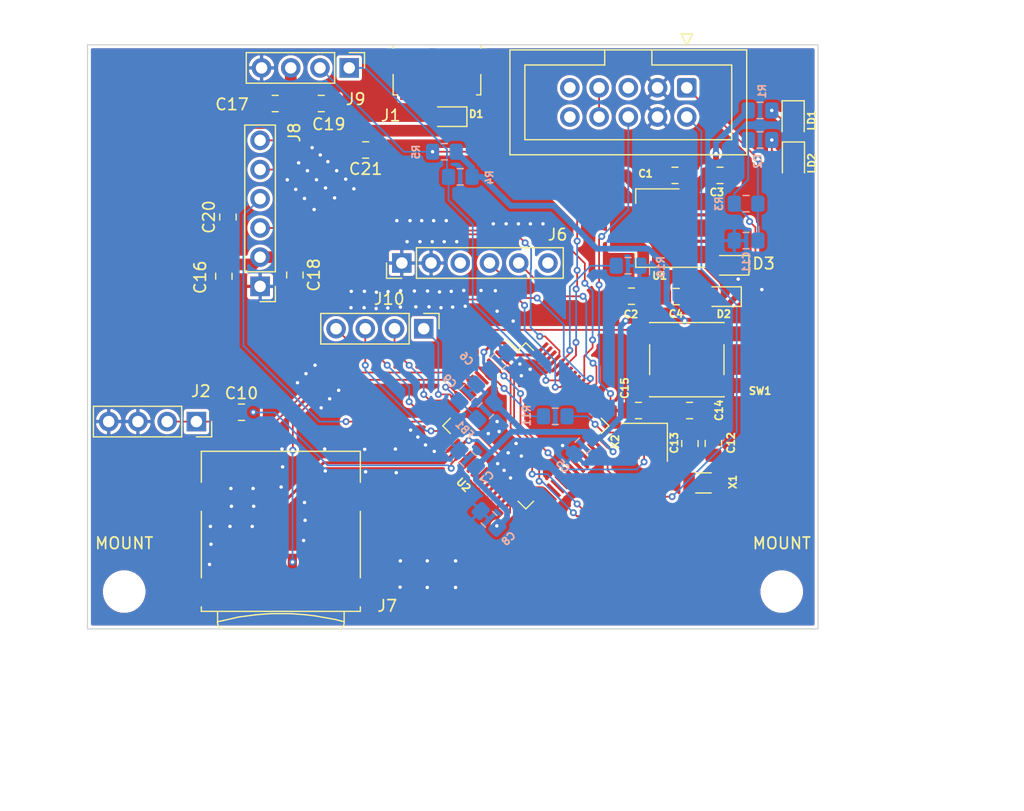
<source format=kicad_pcb>
(kicad_pcb (version 20171130) (host pcbnew "(5.1.8)-1")
  (title_block (title "STM32F091 Dev Board") (date 2020-06-22) (rev 1))
  (layers (0 F.Cu signal) (31 B.Cu signal) (34 B.Paste user) (35 F.Paste user) (36 B.SilkS user) (37 F.SilkS user) (38 B.Mask user) (39 F.Mask user) (44 Edge.Cuts user))
  (net 0 "")
  (net 1 GND)
  (net 2 +5V)
  (net 3 "Net-(C2-Pad1)")
  (net 4 /NRST)
  (net 5 "Net-(C15-Pad1)")
  (net 6 /PB8)
  (net 7 /PA0)
  (net 8 /PA1)
  (net 9 /PA2)
  (net 10 /PA3)
  (net 11 /PA13)
  (net 12 /PA14)
  (net 13 /PD2)
  (net 14 /PB5)
  (net 15 /PB3)
  (net 16 /PC12)
  (net 17 /BOOT0)
  (net 18 /V3.3_IN)
  (net 19 /PC14)
  (net 20 /PC15)
  (net 21 /PF0)
  (net 22 /PF1)
  (net 23 "Net-(LD1-Pad2)")
  (net 24 "Net-(LD2-Pad2)")
  (net 25 +3V0)
  (net 26 /3VA)
  (net 27 "Net-(C10-Pad1)")
  (net 28 /DAC)
  (net 29 "Net-(D1-Pad2)")
  (net 30 "Net-(D3-Pad2)")
  (net 31 /SD_SPI_MISO)
  (net 32 /SD_SPI_CLK)
  (net 33 /SD_SPI_MOSI)
  (net 34 /SD_SPI_CS)
  (net 35 /LCD_DC)
  (net 36 /I2C_SCL)
  (net 37 /I2C_SDA)
  (module MountingHole:MountingHole_3.2mm_M3 (layer F.Cu) (at 121.30262 122.47976)
    (fp_text reference MOUNT (at 0 -4.2) (layer F.SilkS))
    (fp_text value MountingHole_3.2mm_M3)
    (pad 1 np_thru_hole circle (at 0 0) (size 3.2 3.2) (drill 3.2) (layers *.Cu *.Mask))
  )
  (module MountingHole:MountingHole_3.2mm_M3 (layer F.Cu) (at 64.15262 122.47976)
    (fp_text reference MOUNT (at 0 -4.2) (layer F.SilkS))
    (fp_text value MountingHole_3.2mm_M3)
    (pad 1 np_thru_hole circle (at 0 0) (size 3.2 3.2) (drill 3.2) (layers *.Cu *.Mask))
  )
  (module Connector_Card:microSD_HC_Wuerth_693072010801 (layer F.Cu) (at 77.76702 118.39036 180)
    (fp_text reference J7 (at -9.2456 -5.334) (layer F.SilkS))
    (fp_text value Micro_SD_Card)
    (pad 9 smd rect (at 6.875 -4.15 180) (size 1.45 2) (layers F.Cu F.Paste F.Mask) (net 1 GND))
    (pad 9 smd rect (at -6.875 -4.15 180) (size 1.45 2) (layers F.Cu F.Paste F.Mask) (net 1 GND))
    (pad 9 smd rect (at -6.875 4.15 180) (size 1.45 2) (layers F.Cu F.Paste F.Mask) (net 1 GND))
    (pad 9 smd rect (at 6.875 4.15 180) (size 1.45 2) (layers F.Cu F.Paste F.Mask) (net 1 GND))
    (pad 8 smd rect (at 4.5 -1.55 180) (size 0.8 1.5) (layers F.Cu F.Paste F.Mask))
    (pad 7 smd rect (at 3.4 -1.55 180) (size 0.8 1.5) (layers F.Cu F.Paste F.Mask) (net 31 /SD_SPI_MISO))
    (pad 6 smd rect (at 2.3 -1.55 180) (size 0.8 1.5) (layers F.Cu F.Paste F.Mask) (net 1 GND))
    (pad 5 smd rect (at 1.2 -1.55 180) (size 0.8 1.5) (layers F.Cu F.Paste F.Mask) (net 32 /SD_SPI_CLK))
    (pad 4 smd rect (at 0.1 -1.55 180) (size 0.8 1.5) (layers F.Cu F.Paste F.Mask) (net 25 +3V0))
    (pad 3 smd rect (at -1 -1.55 180) (size 0.8 1.5) (layers F.Cu F.Paste F.Mask) (net 33 /SD_SPI_MOSI))
    (pad 2 smd rect (at -2.1 -1.55 180) (size 0.8 1.5) (layers F.Cu F.Paste F.Mask) (net 34 /SD_SPI_CS))
    (pad 1 smd rect (at -3.2 -1.55 180) (size 0.8 1.5) (layers F.Cu F.Paste F.Mask))
  )
  (module Connector_PinSocket_2.54mm:PinSocket_1x04_P2.54mm_Vertical (layer F.Cu) (at 70.42642 107.69696 270)
    (fp_text reference J2 (at -2.6416 -0.381 180) (layer F.SilkS))
    (fp_text value Audio)
    (pad 1 thru_hole rect (at 0 0 270) (size 1.7 1.7) (drill 1) (layers *.Cu *.Mask) (net 27 "Net-(C10-Pad1)"))
    (pad 2 thru_hole oval (at 0 2.54 270) (size 1.7 1.7) (drill 1) (layers *.Cu *.Mask) (net 27 "Net-(C10-Pad1)"))
    (pad 3 thru_hole oval (at 0 5.08 270) (size 1.7 1.7) (drill 1) (layers *.Cu *.Mask) (net 1 GND))
    (pad 4 thru_hole oval (at 0 7.62 270) (size 1.7 1.7) (drill 1) (layers *.Cu *.Mask) (net 1 GND))
  )
  (module Capacitor_SMD:C_0805_2012Metric_Pad1.15x1.40mm_HandSolder (layer F.Cu) (at 74.34702 106.88416)
    (fp_text reference C10 (at 0 -1.65) (layer F.SilkS))
    (fp_text value 1uF)
    (pad 1 smd roundrect (at -1.025 0) (size 1.15 1.4) (layers F.Cu F.Paste F.Mask) (roundrect_rratio 0.217391) (net 27 "Net-(C10-Pad1)"))
    (pad 2 smd roundrect (at 1.025 0) (size 1.15 1.4) (layers F.Cu F.Paste F.Mask) (roundrect_rratio 0.217391) (net 28 /DAC))
  )
  (module Package_QFP:LQFP-64_10x10mm_P0.5mm (layer F.Cu) (at 99.06 108.068159 315)
    (fp_text reference U2 (at -0.196137 7.466044 135) (layer F.SilkS) (effects (font (size 0.635 0.635))))
    (fp_text value STM32F091RCTx)
    (pad 64 smd roundrect (at -3.75 -5.675 315) (size 0.3 1.55) (layers F.Cu F.Paste F.Mask) (net 25 +3V0))
    (pad 63 smd roundrect (at -3.25 -5.675 315) (size 0.3 1.55) (layers F.Cu F.Paste F.Mask) (net 1 GND))
    (pad 62 smd roundrect (at -2.75 -5.675 315) (size 0.3 1.55) (layers F.Cu F.Paste F.Mask))
    (pad 61 smd roundrect (at -2.25 -5.675 315) (size 0.3 1.55) (layers F.Cu F.Paste F.Mask) (net 6 /PB8))
    (pad 60 smd roundrect (at -1.75 -5.675 315) (size 0.3 1.55) (layers F.Cu F.Paste F.Mask) (net 17 /BOOT0))
    (pad 59 smd roundrect (at -1.25 -5.675 315) (size 0.3 1.55) (layers F.Cu F.Paste F.Mask) (net 37 /I2C_SDA))
    (pad 58 smd roundrect (at -0.75 -5.675 315) (size 0.3 1.55) (layers F.Cu F.Paste F.Mask) (net 36 /I2C_SCL))
    (pad 57 smd roundrect (at -0.25 -5.675 315) (size 0.3 1.55) (layers F.Cu F.Paste F.Mask) (net 14 /PB5))
    (pad 56 smd roundrect (at 0.25 -5.675 315) (size 0.3 1.55) (layers F.Cu F.Paste F.Mask))
    (pad 55 smd roundrect (at 0.75 -5.675 315) (size 0.3 1.55) (layers F.Cu F.Paste F.Mask) (net 15 /PB3))
    (pad 54 smd roundrect (at 1.25 -5.675 315) (size 0.3 1.55) (layers F.Cu F.Paste F.Mask) (net 13 /PD2))
    (pad 53 smd roundrect (at 1.75 -5.675 315) (size 0.3 1.55) (layers F.Cu F.Paste F.Mask) (net 16 /PC12))
    (pad 52 smd roundrect (at 2.25 -5.675 315) (size 0.3 1.55) (layers F.Cu F.Paste F.Mask))
    (pad 51 smd roundrect (at 2.75 -5.675 315) (size 0.3 1.55) (layers F.Cu F.Paste F.Mask))
    (pad 50 smd roundrect (at 3.25 -5.675 315) (size 0.3 1.55) (layers F.Cu F.Paste F.Mask))
    (pad 49 smd roundrect (at 3.75 -5.675 315) (size 0.3 1.55) (layers F.Cu F.Paste F.Mask) (net 12 /PA14))
    (pad 48 smd roundrect (at 5.675 -3.75 315) (size 1.55 0.3) (layers F.Cu F.Paste F.Mask) (net 25 +3V0))
    (pad 47 smd roundrect (at 5.675 -3.25 315) (size 1.55 0.3) (layers F.Cu F.Paste F.Mask) (net 1 GND))
    (pad 46 smd roundrect (at 5.675 -2.75 315) (size 1.55 0.3) (layers F.Cu F.Paste F.Mask) (net 11 /PA13))
    (pad 45 smd roundrect (at 5.675 -2.25 315) (size 1.55 0.3) (layers F.Cu F.Paste F.Mask))
    (pad 44 smd roundrect (at 5.675 -1.75 315) (size 1.55 0.3) (layers F.Cu F.Paste F.Mask))
    (pad 43 smd roundrect (at 5.675 -1.25 315) (size 1.55 0.3) (layers F.Cu F.Paste F.Mask))
    (pad 42 smd roundrect (at 5.675 -0.75 315) (size 1.55 0.3) (layers F.Cu F.Paste F.Mask))
    (pad 41 smd roundrect (at 5.675 -0.25 315) (size 1.55 0.3) (layers F.Cu F.Paste F.Mask))
    (pad 40 smd roundrect (at 5.675 0.25 315) (size 1.55 0.3) (layers F.Cu F.Paste F.Mask))
    (pad 39 smd roundrect (at 5.675 0.75 315) (size 1.55 0.3) (layers F.Cu F.Paste F.Mask))
    (pad 38 smd roundrect (at 5.675 1.25 315) (size 1.55 0.3) (layers F.Cu F.Paste F.Mask))
    (pad 37 smd roundrect (at 5.675 1.75 315) (size 1.55 0.3) (layers F.Cu F.Paste F.Mask))
    (pad 36 smd roundrect (at 5.675 2.25 315) (size 1.55 0.3) (layers F.Cu F.Paste F.Mask))
    (pad 35 smd roundrect (at 5.675 2.75 315) (size 1.55 0.3) (layers F.Cu F.Paste F.Mask) (net 35 /LCD_DC))
    (pad 34 smd roundrect (at 5.675 3.25 315) (size 1.55 0.3) (layers F.Cu F.Paste F.Mask) (net 32 /SD_SPI_CLK))
    (pad 33 smd roundrect (at 5.675 3.75 315) (size 1.55 0.3) (layers F.Cu F.Paste F.Mask) (net 34 /SD_SPI_CS))
    (pad 32 smd roundrect (at 3.75 5.675 315) (size 0.3 1.55) (layers F.Cu F.Paste F.Mask) (net 25 +3V0))
    (pad 31 smd roundrect (at 3.25 5.675 315) (size 0.3 1.55) (layers F.Cu F.Paste F.Mask) (net 1 GND))
    (pad 30 smd roundrect (at 2.75 5.675 315) (size 0.3 1.55) (layers F.Cu F.Paste F.Mask))
    (pad 29 smd roundrect (at 2.25 5.675 315) (size 0.3 1.55) (layers F.Cu F.Paste F.Mask))
    (pad 28 smd roundrect (at 1.75 5.675 315) (size 0.3 1.55) (layers F.Cu F.Paste F.Mask))
    (pad 27 smd roundrect (at 1.25 5.675 315) (size 0.3 1.55) (layers F.Cu F.Paste F.Mask))
    (pad 26 smd roundrect (at 0.75 5.675 315) (size 0.3 1.55) (layers F.Cu F.Paste F.Mask))
    (pad 25 smd roundrect (at 0.25 5.675 315) (size 0.3 1.55) (layers F.Cu F.Paste F.Mask))
    (pad 24 smd roundrect (at -0.25 5.675 315) (size 0.3 1.55) (layers F.Cu F.Paste F.Mask))
    (pad 23 smd roundrect (at -0.75 5.675 315) (size 0.3 1.55) (layers F.Cu F.Paste F.Mask))
    (pad 22 smd roundrect (at -1.25 5.675 315) (size 0.3 1.55) (layers F.Cu F.Paste F.Mask))
    (pad 21 smd roundrect (at -1.75 5.675 315) (size 0.3 1.55) (layers F.Cu F.Paste F.Mask))
    (pad 20 smd roundrect (at -2.25 5.675 315) (size 0.3 1.55) (layers F.Cu F.Paste F.Mask) (net 28 /DAC))
    (pad 19 smd roundrect (at -2.75 5.675 315) (size 0.3 1.55) (layers F.Cu F.Paste F.Mask) (net 25 +3V0))
    (pad 18 smd roundrect (at -3.25 5.675 315) (size 0.3 1.55) (layers F.Cu F.Paste F.Mask) (net 1 GND))
    (pad 17 smd roundrect (at -3.75 5.675 315) (size 0.3 1.55) (layers F.Cu F.Paste F.Mask) (net 10 /PA3))
    (pad 16 smd roundrect (at -5.675 3.75 315) (size 1.55 0.3) (layers F.Cu F.Paste F.Mask) (net 9 /PA2))
    (pad 15 smd roundrect (at -5.675 3.25 315) (size 1.55 0.3) (layers F.Cu F.Paste F.Mask) (net 8 /PA1))
    (pad 14 smd roundrect (at -5.675 2.75 315) (size 1.55 0.3) (layers F.Cu F.Paste F.Mask) (net 7 /PA0))
    (pad 13 smd roundrect (at -5.675 2.25 315) (size 1.55 0.3) (layers F.Cu F.Paste F.Mask) (net 26 /3VA))
    (pad 12 smd roundrect (at -5.675 1.75 315) (size 1.55 0.3) (layers F.Cu F.Paste F.Mask) (net 1 GND))
    (pad 11 smd roundrect (at -5.675 1.25 315) (size 1.55 0.3) (layers F.Cu F.Paste F.Mask) (net 33 /SD_SPI_MOSI))
    (pad 10 smd roundrect (at -5.675 0.75 315) (size 1.55 0.3) (layers F.Cu F.Paste F.Mask) (net 31 /SD_SPI_MISO))
    (pad 9 smd roundrect (at -5.675 0.25 315) (size 1.55 0.3) (layers F.Cu F.Paste F.Mask))
    (pad 8 smd roundrect (at -5.675 -0.25 315) (size 1.55 0.3) (layers F.Cu F.Paste F.Mask))
    (pad 7 smd roundrect (at -5.675 -0.75 315) (size 1.55 0.3) (layers F.Cu F.Paste F.Mask) (net 4 /NRST))
    (pad 6 smd roundrect (at -5.675 -1.25 315) (size 1.55 0.3) (layers F.Cu F.Paste F.Mask) (net 22 /PF1))
    (pad 5 smd roundrect (at -5.675 -1.75 315) (size 1.55 0.3) (layers F.Cu F.Paste F.Mask) (net 21 /PF0))
    (pad 4 smd roundrect (at -5.675 -2.25 315) (size 1.55 0.3) (layers F.Cu F.Paste F.Mask) (net 20 /PC15))
    (pad 3 smd roundrect (at -5.675 -2.75 315) (size 1.55 0.3) (layers F.Cu F.Paste F.Mask) (net 19 /PC14))
    (pad 2 smd roundrect (at -5.675 -3.25 315) (size 1.55 0.3) (layers F.Cu F.Paste F.Mask))
    (pad 1 smd roundrect (at -5.675 -3.75 315) (size 1.55 0.3) (layers F.Cu F.Paste F.Mask) (net 25 +3V0))
  )
  (module Connector_IDC:IDC-Header_2x05_P2.54mm_Vertical (layer F.Cu) (at 113.04762 78.66476 270)
    (fp_text reference J3 hide)
    (fp_text value PRG)
    (pad 10 thru_hole circle (at 2.54 10.16 270) (size 1.7 1.7) (drill 1) (layers *.Cu *.Mask))
    (pad 8 thru_hole circle (at 2.54 7.62 270) (size 1.7 1.7) (drill 1) (layers *.Cu *.Mask) (net 18 /V3.3_IN))
    (pad 6 thru_hole circle (at 2.54 5.08 270) (size 1.7 1.7) (drill 1) (layers *.Cu *.Mask) (net 12 /PA14))
    (pad 4 thru_hole circle (at 2.54 2.54 270) (size 1.7 1.7) (drill 1) (layers *.Cu *.Mask) (net 1 GND))
    (pad 2 thru_hole circle (at 2.54 0 270) (size 1.7 1.7) (drill 1) (layers *.Cu *.Mask) (net 11 /PA13))
    (pad 9 thru_hole circle (at 0 10.16 270) (size 1.7 1.7) (drill 1) (layers *.Cu *.Mask))
    (pad 7 thru_hole circle (at 0 7.62 270) (size 1.7 1.7) (drill 1) (layers *.Cu *.Mask) (net 18 /V3.3_IN))
    (pad 5 thru_hole circle (at 0 5.08 270) (size 1.7 1.7) (drill 1) (layers *.Cu *.Mask))
    (pad 3 thru_hole circle (at 0 2.54 270) (size 1.7 1.7) (drill 1) (layers *.Cu *.Mask) (net 1 GND))
    (pad 1 thru_hole roundrect (at 0 0 270) (size 1.7 1.7) (drill 1) (layers *.Cu *.Mask) (roundrect_rratio 0.147059) (net 4 /NRST))
  )
  (module Package_TO_SOT_SMD:SOT-223-3_TabPin2 (layer F.Cu) (at 110.52262 90.8698 180)
    (fp_text reference U1 (at -0.17312 -4.14652) (layer F.SilkS) (effects (font (size 0.635 0.635))))
    (fp_text value LD1117S33TR_SOT223)
    (pad 1 smd rect (at -3.15 -2.3 180) (size 2 1.5) (layers F.Cu F.Paste F.Mask) (net 30 "Net-(D3-Pad2)"))
    (pad 3 smd rect (at -3.15 2.3 180) (size 2 1.5) (layers F.Cu F.Paste F.Mask) (net 2 +5V))
    (pad 2 smd rect (at -3.15 0 180) (size 2 1.5) (layers F.Cu F.Paste F.Mask) (net 3 "Net-(C2-Pad1)"))
    (pad 2 smd rect (at 3.15 0 180) (size 2 3.8) (layers F.Cu F.Paste F.Mask) (net 3 "Net-(C2-Pad1)"))
  )
  (module Resistor_SMD:R_0805_2012Metric_Pad1.15x1.40mm_HandSolder (layer B.Cu) (at 91.98202 84.22736 180)
    (fp_text reference R5 (at 2.4601 -0.02286 270) (layer B.SilkS) (effects (font (size 0.635 0.635)) (justify mirror)))
    (fp_text value 470)
    (pad 2 smd roundrect (at 1.025 0 180) (size 1.15 1.4) (layers B.Cu B.Paste B.Mask) (roundrect_rratio 0.217391) (net 37 /I2C_SDA))
    (pad 1 smd roundrect (at -1.025 0 180) (size 1.15 1.4) (layers B.Cu B.Paste B.Mask) (roundrect_rratio 0.217391) (net 25 +3V0))
  )
  (module Capacitor_SMD:C_0805_2012Metric_Pad1.15x1.40mm_HandSolder (layer F.Cu) (at 73.16962 89.90796 90)
    (fp_text reference C20 (at 0 -1.65 90) (layer F.SilkS))
    (fp_text value 0.1uF)
    (pad 2 smd roundrect (at 1.025 0 90) (size 1.15 1.4) (layers F.Cu F.Paste F.Mask) (roundrect_rratio 0.217391) (net 1 GND))
    (pad 1 smd roundrect (at -1.025 0 90) (size 1.15 1.4) (layers F.Cu F.Paste F.Mask) (roundrect_rratio 0.217391) (net 2 +5V))
  )
  (module Capacitor_SMD:C_0805_2012Metric_Pad1.15x1.40mm_HandSolder (layer F.Cu) (at 112.02262 86.28476 180)
    (fp_text reference C1 (at 2.5564 0.1524) (layer F.SilkS) (effects (font (size 0.635 0.635))))
    (fp_text value 22uF)
    (pad 2 smd roundrect (at 1.025 0 180) (size 1.15 1.4) (layers F.Cu F.Paste F.Mask) (roundrect_rratio 0.217391) (net 1 GND))
    (pad 1 smd roundrect (at -1.025 0 180) (size 1.15 1.4) (layers F.Cu F.Paste F.Mask) (roundrect_rratio 0.217391) (net 2 +5V))
  )
  (module Connector_PinHeader_2.54mm:PinHeader_1x04_P2.54mm_Vertical (layer F.Cu) (at 83.71062 76.93756 270)
    (fp_text reference J9 (at 2.7178 -0.5588 180) (layer F.SilkS))
    (fp_text value Keypad)
    (pad 1 thru_hole rect (at 0 0 270) (size 1.7 1.7) (drill 1) (layers *.Cu *.Mask) (net 36 /I2C_SCL))
    (pad 2 thru_hole oval (at 0 2.54 270) (size 1.7 1.7) (drill 1) (layers *.Cu *.Mask) (net 37 /I2C_SDA))
    (pad 3 thru_hole oval (at 0 5.08 270) (size 1.7 1.7) (drill 1) (layers *.Cu *.Mask) (net 2 +5V))
    (pad 4 thru_hole oval (at 0 7.62 270) (size 1.7 1.7) (drill 1) (layers *.Cu *.Mask) (net 1 GND))
  )
  (module local_models:ECX-.327-CDX-1293 (layer F.Cu) (at 114.50082 113.03096)
    (fp_text reference X1 (at 2.55048 -0.08382 90) (layer F.SilkS) (effects (font (size 0.635 0.635))))
    (fp_text value "32.768kHz(12.5pF)")
    (pad 2 smd rect (at -1.25 0) (size 1 1.8) (layers F.Cu F.Paste F.Mask) (net 20 /PC15))
    (pad 1 smd rect (at 1.25 0) (size 1 1.8) (layers F.Cu F.Paste F.Mask) (net 19 /PC14))
  )
  (module Button_Switch_SMD:SW_SPST_PTS645 (layer F.Cu) (at 113.0527 102.31216 180)
    (fp_text reference SW1 (at -6.37032 -2.7178) (layer F.SilkS) (effects (font (size 0.635 0.635))))
    (fp_text value SW_Push)
    (pad 2 smd rect (at 3.98 2.25 180) (size 1.55 1.3) (layers F.Cu F.Paste F.Mask) (net 4 /NRST))
    (pad 1 smd rect (at 3.98 -2.25 180) (size 1.55 1.3) (layers F.Cu F.Paste F.Mask) (net 1 GND))
    (pad 1 smd rect (at -3.98 -2.25 180) (size 1.55 1.3) (layers F.Cu F.Paste F.Mask) (net 1 GND))
    (pad 2 smd rect (at -3.98 2.25 180) (size 1.55 1.3) (layers F.Cu F.Paste F.Mask) (net 4 /NRST))
  )
  (module Crystal:Crystal_SMD_3225-4Pin_3.2x2.5mm (layer F.Cu) (at 109.36242 109.4985 180)
    (fp_text reference X2 (at 2.5351 0.0626 90) (layer F.SilkS) (effects (font (size 0.635 0.635))))
    (fp_text value "8MHz(20pF)")
    (pad 1 smd rect (at -1.1 0.85 180) (size 1.4 1.2) (layers F.Cu F.Paste F.Mask) (net 21 /PF0))
    (pad 2 smd rect (at 1.1 0.85 180) (size 1.4 1.2) (layers F.Cu F.Paste F.Mask) (net 5 "Net-(C15-Pad1)"))
    (pad 3 smd rect (at 1.1 -0.85 180) (size 1.4 1.2) (layers F.Cu F.Paste F.Mask))
    (pad 4 smd rect (at -1.1 -0.85 180) (size 1.4 1.2) (layers F.Cu F.Paste F.Mask))
  )
  (module Resistor_SMD:R_0805_2012Metric_Pad1.15x1.40mm_HandSolder (layer B.Cu) (at 107.95116 94.14002)
    (fp_text reference R10 (at 2.83586 0.09494 270) (layer B.SilkS) (effects (font (size 0.635 0.635)) (justify mirror)))
    (fp_text value 100K)
    (pad 2 smd roundrect (at 1.025 0) (size 1.15 1.4) (layers B.Cu B.Paste B.Mask) (roundrect_rratio 0.217391) (net 1 GND))
    (pad 1 smd roundrect (at -1.025 0) (size 1.15 1.4) (layers B.Cu B.Paste B.Mask) (roundrect_rratio 0.217391) (net 17 /BOOT0))
  )
  (module Resistor_SMD:R_0805_2012Metric_Pad1.15x1.40mm_HandSolder (layer B.Cu) (at 119.41418 83.20532)
    (fp_text reference R2 (at -0.19436 1.86024 -90) (layer B.SilkS) (effects (font (size 0.635 0.635)) (justify mirror)))
    (fp_text value 1k)
    (pad 2 smd roundrect (at 1.025 0) (size 1.15 1.4) (layers B.Cu B.Paste B.Mask) (roundrect_rratio 0.217391) (net 24 "Net-(LD2-Pad2)"))
    (pad 1 smd roundrect (at -1.025 0) (size 1.15 1.4) (layers B.Cu B.Paste B.Mask) (roundrect_rratio 0.217391) (net 25 +3V0))
  )
  (module Resistor_SMD:R_0805_2012Metric_Pad1.15x1.40mm_HandSolder (layer B.Cu) (at 119.41418 80.63738)
    (fp_text reference R1 (at 0.18664 -1.66782 -90) (layer B.SilkS) (effects (font (size 0.635 0.635)) (justify mirror)))
    (fp_text value 5.1k)
    (pad 2 smd roundrect (at 1.025 0) (size 1.15 1.4) (layers B.Cu B.Paste B.Mask) (roundrect_rratio 0.217391) (net 23 "Net-(LD1-Pad2)"))
    (pad 1 smd roundrect (at -1.025 0) (size 1.15 1.4) (layers B.Cu B.Paste B.Mask) (roundrect_rratio 0.217391) (net 2 +5V))
  )
  (module Inductor_SMD:L_0805_2012Metric_Pad1.15x1.40mm_HandSolder (layer B.Cu) (at 95.574236 106.744384 45)
    (fp_text reference FB1 (at -2.452948 -0.135934 315) (layer B.SilkS) (effects (font (size 0.635 0.635)) (justify mirror)))
    (fp_text value "Ferrite Bead")
    (pad 2 smd roundrect (at 1.025 0 45) (size 1.15 1.4) (layers B.Cu B.Paste B.Mask) (roundrect_rratio 0.217391) (net 25 +3V0))
    (pad 1 smd roundrect (at -1.025 0 45) (size 1.15 1.4) (layers B.Cu B.Paste B.Mask) (roundrect_rratio 0.217391) (net 26 /3VA))
  )
  (module Capacitor_SMD:C_0805_2012Metric_Pad1.15x1.40mm_HandSolder (layer F.Cu) (at 115.36172 109.59962 90)
    (fp_text reference C12 (at 0.04942 1.52654 90) (layer F.SilkS) (effects (font (size 0.635 0.635))))
    (fp_text value 12pF)
    (pad 2 smd roundrect (at 1.025 0 90) (size 1.15 1.4) (layers F.Cu F.Paste F.Mask) (roundrect_rratio 0.217391) (net 1 GND))
    (pad 1 smd roundrect (at -1.025 0 90) (size 1.15 1.4) (layers F.Cu F.Paste F.Mask) (roundrect_rratio 0.217391) (net 19 /PC14))
  )
  (module Resistor_SMD:R_0805_2012Metric_Pad1.15x1.40mm_HandSolder (layer B.Cu) (at 118.20514 88.74506)
    (fp_text reference R3 (at -2.3532 0 90) (layer B.SilkS) (effects (font (size 0.635 0.635)) (justify mirror)))
    (fp_text value 100K)
    (pad 2 smd roundrect (at 1.025 0) (size 1.15 1.4) (layers B.Cu B.Paste B.Mask) (roundrect_rratio 0.217391) (net 4 /NRST))
    (pad 1 smd roundrect (at -1.025 0) (size 1.15 1.4) (layers B.Cu B.Paste B.Mask) (roundrect_rratio 0.217391) (net 25 +3V0))
  )
  (module Resistor_SMD:R_0805_2012Metric_Pad1.15x1.40mm_HandSolder (layer B.Cu) (at 101.61762 107.23976)
    (fp_text reference R11 (at -2.4728 -0.06858 -90) (layer B.SilkS) (effects (font (size 0.635 0.635)) (justify mirror)))
    (fp_text value 390)
    (pad 2 smd roundrect (at 1.025 0) (size 1.15 1.4) (layers B.Cu B.Paste B.Mask) (roundrect_rratio 0.217391) (net 5 "Net-(C15-Pad1)"))
    (pad 1 smd roundrect (at -1.025 0) (size 1.15 1.4) (layers B.Cu B.Paste B.Mask) (roundrect_rratio 0.217391) (net 22 /PF1))
  )
  (module Capacitor_SMD:C_0805_2012Metric_Pad1.15x1.40mm_HandSolder (layer F.Cu) (at 113.29262 106.73588)
    (fp_text reference C14 (at 2.5617 -0.02286 270) (layer F.SilkS) (effects (font (size 0.635 0.635))))
    (fp_text value 20pF)
    (pad 2 smd roundrect (at 1.025 0) (size 1.15 1.4) (layers F.Cu F.Paste F.Mask) (roundrect_rratio 0.217391) (net 1 GND))
    (pad 1 smd roundrect (at -1.025 0) (size 1.15 1.4) (layers F.Cu F.Paste F.Mask) (roundrect_rratio 0.217391) (net 21 /PF0))
  )
  (module Capacitor_SMD:C_0805_2012Metric_Pad1.15x1.40mm_HandSolder (layer B.Cu) (at 94.019756 105.197524 45)
    (fp_text reference C9 (at -0.418022 -1.840387 315) (layer B.SilkS) (effects (font (size 0.635 0.635)) (justify mirror)))
    (fp_text value .1uF)
    (pad 2 smd roundrect (at 1.025 0 45) (size 1.15 1.4) (layers B.Cu B.Paste B.Mask) (roundrect_rratio 0.217391) (net 1 GND))
    (pad 1 smd roundrect (at -1.025 0 45) (size 1.15 1.4) (layers B.Cu B.Paste B.Mask) (roundrect_rratio 0.217391) (net 26 /3VA))
  )
  (module Capacitor_SMD:C_0805_2012Metric_Pad1.15x1.40mm_HandSolder (layer F.Cu) (at 113.3221 109.6047 90)
    (fp_text reference C13 (at 0.0545 -1.36398 270) (layer F.SilkS) (effects (font (size 0.635 0.635))))
    (fp_text value 12pF)
    (pad 2 smd roundrect (at 1.025 0 90) (size 1.15 1.4) (layers F.Cu F.Paste F.Mask) (roundrect_rratio 0.217391) (net 1 GND))
    (pad 1 smd roundrect (at -1.025 0 90) (size 1.15 1.4) (layers F.Cu F.Paste F.Mask) (roundrect_rratio 0.217391) (net 20 /PC15))
  )
  (module Capacitor_SMD:C_0805_2012Metric_Pad1.15x1.40mm_HandSolder (layer F.Cu) (at 108.84762 106.73588 180)
    (fp_text reference C15 (at 1.19264 1.94818 270) (layer F.SilkS) (effects (font (size 0.635 0.635))))
    (fp_text value 20pF)
    (pad 2 smd roundrect (at 1.025 0 180) (size 1.15 1.4) (layers F.Cu F.Paste F.Mask) (roundrect_rratio 0.217391) (net 1 GND))
    (pad 1 smd roundrect (at -1.025 0 180) (size 1.15 1.4) (layers F.Cu F.Paste F.Mask) (roundrect_rratio 0.217391) (net 5 "Net-(C15-Pad1)"))
  )
  (module Capacitor_SMD:C_0805_2012Metric_Pad1.15x1.40mm_HandSolder (layer B.Cu) (at 104.032436 109.810164 225)
    (fp_text reference C5 (at 2.477301 0 315) (layer B.SilkS) (effects (font (size 0.635 0.635)) (justify mirror)))
    (fp_text value .1uF)
    (pad 2 smd roundrect (at 1.025 0 225) (size 1.15 1.4) (layers B.Cu B.Paste B.Mask) (roundrect_rratio 0.217391) (net 1 GND))
    (pad 1 smd roundrect (at -1.025 0 225) (size 1.15 1.4) (layers B.Cu B.Paste B.Mask) (roundrect_rratio 0.217391) (net 25 +3V0))
  )
  (module Capacitor_SMD:C_0805_2012Metric_Pad1.15x1.40mm_HandSolder (layer F.Cu) (at 112.14216 96.82734)
    (fp_text reference C4 (at -0.02656 1.50622 180) (layer F.SilkS) (effects (font (size 0.635 0.635))))
    (fp_text value .1uF)
    (pad 2 smd roundrect (at 1.025 0) (size 1.15 1.4) (layers F.Cu F.Paste F.Mask) (roundrect_rratio 0.217391) (net 1 GND))
    (pad 1 smd roundrect (at -1.025 0) (size 1.15 1.4) (layers F.Cu F.Paste F.Mask) (roundrect_rratio 0.217391) (net 3 "Net-(C2-Pad1)"))
  )
  (module LED_SMD:LED_0805_2012Metric (layer F.Cu) (at 122.29322 81.48416 270)
    (fp_text reference LD1 (at 0.01898 -1.6102 270) (layer F.SilkS) (effects (font (size 0.635 0.635))))
    (fp_text value LED_Red)
    (pad 2 smd roundrect (at 0.9375 0 270) (size 0.975 1.4) (layers F.Cu F.Paste F.Mask) (net 23 "Net-(LD1-Pad2)"))
    (pad 1 smd roundrect (at -0.9375 0 270) (size 0.975 1.4) (layers F.Cu F.Paste F.Mask) (net 1 GND))
  )
  (module Diode_SMD:D_SOD-323 (layer F.Cu) (at 92.43962 81.17936 180)
    (fp_text reference D1 (at -2.3114 0.2286) (layer F.SilkS) (effects (font (size 0.635 0.635))))
    (fp_text value BAT60JFILM)
    (pad 1 smd rect (at -1.05 0 180) (size 0.6 0.45) (layers F.Cu F.Paste F.Mask) (net 2 +5V))
    (pad 2 smd rect (at 1.05 0 180) (size 0.6 0.45) (layers F.Cu F.Paste F.Mask) (net 29 "Net-(D1-Pad2)"))
  )
  (module Capacitor_SMD:C_0805_2012Metric_Pad1.15x1.40mm_HandSolder (layer B.Cu) (at 93.996896 110.938696 135)
    (fp_text reference C7 (at -2.379768 0.044901 45) (layer B.SilkS) (effects (font (size 0.635 0.635)) (justify mirror)))
    (fp_text value .1uF)
    (pad 2 smd roundrect (at 1.025 0 135) (size 1.15 1.4) (layers B.Cu B.Paste B.Mask) (roundrect_rratio 0.217391) (net 1 GND))
    (pad 1 smd roundrect (at -1.025 0 135) (size 1.15 1.4) (layers B.Cu B.Paste B.Mask) (roundrect_rratio 0.217391) (net 25 +3V0))
  )
  (module Capacitor_SMD:C_0805_2012Metric_Pad1.15x1.40mm_HandSolder (layer F.Cu) (at 108.24094 96.79178 180)
    (fp_text reference C2 (at 0.04456 -1.5748 180) (layer F.SilkS) (effects (font (size 0.635 0.635))))
    (fp_text value 22uF)
    (pad 2 smd roundrect (at 1.025 0 180) (size 1.15 1.4) (layers F.Cu F.Paste F.Mask) (roundrect_rratio 0.217391) (net 1 GND))
    (pad 1 smd roundrect (at -1.025 0 180) (size 1.15 1.4) (layers F.Cu F.Paste F.Mask) (roundrect_rratio 0.217391) (net 3 "Net-(C2-Pad1)"))
  )
  (module Capacitor_SMD:C_0805_2012Metric_Pad1.15x1.40mm_HandSolder (layer B.Cu) (at 96.703604 102.450976 45)
    (fp_text reference C6 (at -1.833222 -2.137301 135) (layer B.SilkS) (effects (font (size 0.635 0.635)) (justify mirror)))
    (fp_text value .1uF)
    (pad 2 smd roundrect (at 1.025 0 45) (size 1.15 1.4) (layers B.Cu B.Paste B.Mask) (roundrect_rratio 0.217391) (net 1 GND))
    (pad 1 smd roundrect (at -1.025 0 45) (size 1.15 1.4) (layers B.Cu B.Paste B.Mask) (roundrect_rratio 0.217391) (net 25 +3V0))
  )
  (module Capacitor_SMD:C_0805_2012Metric_Pad1.15x1.40mm_HandSolder (layer F.Cu) (at 115.93946 86.28476)
    (fp_text reference C3 (at -0.27564 1.4732) (layer F.SilkS) (effects (font (size 0.635 0.635))))
    (fp_text value .1uF)
    (pad 2 smd roundrect (at 1.025 0) (size 1.15 1.4) (layers F.Cu F.Paste F.Mask) (roundrect_rratio 0.217391) (net 1 GND))
    (pad 1 smd roundrect (at -1.025 0) (size 1.15 1.4) (layers F.Cu F.Paste F.Mask) (roundrect_rratio 0.217391) (net 2 +5V))
  )
  (module LED_SMD:LED_0805_2012Metric (layer F.Cu) (at 122.31862 85.06326 270)
    (fp_text reference LD2 (at 0.17344 -1.60004 270) (layer F.SilkS) (effects (font (size 0.635 0.635))))
    (fp_text value LED_Green)
    (pad 2 smd roundrect (at 0.9375 0 270) (size 0.975 1.4) (layers F.Cu F.Paste F.Mask) (net 24 "Net-(LD2-Pad2)"))
    (pad 1 smd roundrect (at -0.9375 0 270) (size 0.975 1.4) (layers F.Cu F.Paste F.Mask) (net 1 GND))
  )
  (module Diode_SMD:D_SOD-323 (layer F.Cu) (at 116.2853 96.82734 180)
    (fp_text reference D2 (at 0.02442 -1.51638) (layer F.SilkS) (effects (font (size 0.635 0.635))))
    (fp_text value BAT60JFILM)
    (pad 2 smd rect (at 1.05 0 180) (size 0.6 0.45) (layers F.Cu F.Paste F.Mask) (net 3 "Net-(C2-Pad1)"))
    (pad 1 smd rect (at -1.05 0 180) (size 0.6 0.45) (layers F.Cu F.Paste F.Mask) (net 25 +3V0))
  )
  (module Capacitor_SMD:C_0805_2012Metric_Pad1.15x1.40mm_HandSolder (layer B.Cu) (at 118.20514 91.95308 180)
    (fp_text reference C11 (at -0.02408 -1.90088 90) (layer B.SilkS) (effects (font (size 0.635 0.635)) (justify mirror)))
    (fp_text value .1uF)
    (pad 2 smd roundrect (at 1.025 0 180) (size 1.15 1.4) (layers B.Cu B.Paste B.Mask) (roundrect_rratio 0.217391) (net 1 GND))
    (pad 1 smd roundrect (at -1.025 0 180) (size 1.15 1.4) (layers B.Cu B.Paste B.Mask) (roundrect_rratio 0.217391) (net 4 /NRST))
  )
  (module Resistor_SMD:R_0805_2012Metric_Pad1.15x1.40mm_HandSolder (layer B.Cu) (at 93.36262 86.41176)
    (fp_text reference R4 (at 2.54 0.0635 -270) (layer B.SilkS) (effects (font (size 0.635 0.635)) (justify mirror)))
    (fp_text value 470)
    (pad 2 smd roundrect (at 1.025 0) (size 1.15 1.4) (layers B.Cu B.Paste B.Mask) (roundrect_rratio 0.217391) (net 25 +3V0))
    (pad 1 smd roundrect (at -1.025 0) (size 1.15 1.4) (layers B.Cu B.Paste B.Mask) (roundrect_rratio 0.217391) (net 36 /I2C_SCL))
  )
  (module Capacitor_SMD:C_0805_2012Metric_Pad1.15x1.40mm_HandSolder (layer B.Cu) (at 95.865404 116.194144 135)
    (fp_text reference C8 (at -2.394682 0.010776 45) (layer B.SilkS) (effects (font (size 0.635 0.635)) (justify mirror)))
    (fp_text value .1uF)
    (pad 2 smd roundrect (at 1.025 0 135) (size 1.15 1.4) (layers B.Cu B.Paste B.Mask) (roundrect_rratio 0.217391) (net 1 GND))
    (pad 1 smd roundrect (at -1.025 0 135) (size 1.15 1.4) (layers B.Cu B.Paste B.Mask) (roundrect_rratio 0.217391) (net 25 +3V0))
  )
  (module Capacitor_SMD:C_0805_2012Metric_Pad1.15x1.40mm_HandSolder (layer F.Cu) (at 72.81402 95.05676 270)
    (fp_text reference C16 (at 0.0926 2.0574 90) (layer F.SilkS))
    (fp_text value 10uF)
    (pad 2 smd roundrect (at 1.025 0 270) (size 1.15 1.4) (layers F.Cu F.Paste F.Mask) (roundrect_rratio 0.217391) (net 1 GND))
    (pad 1 smd roundrect (at -1.025 0 270) (size 1.15 1.4) (layers F.Cu F.Paste F.Mask) (roundrect_rratio 0.217391) (net 2 +5V))
  )
  (module Capacitor_SMD:C_0805_2012Metric_Pad1.15x1.40mm_HandSolder (layer F.Cu) (at 77.27542 80.03636 180)
    (fp_text reference C17 (at 3.7502 -0.0762) (layer F.SilkS))
    (fp_text value 10uF)
    (pad 1 smd roundrect (at -1.025 0 180) (size 1.15 1.4) (layers F.Cu F.Paste F.Mask) (roundrect_rratio 0.217391) (net 2 +5V))
    (pad 2 smd roundrect (at 1.025 0 180) (size 1.15 1.4) (layers F.Cu F.Paste F.Mask) (roundrect_rratio 0.217391) (net 1 GND))
  )
  (module Capacitor_SMD:C_0805_2012Metric_Pad1.15x1.40mm_HandSolder (layer F.Cu) (at 78.98622 94.94616 270)
    (fp_text reference C18 (at 0 -1.65 90) (layer F.SilkS))
    (fp_text value 10uF)
    (pad 2 smd roundrect (at 1.025 0 270) (size 1.15 1.4) (layers F.Cu F.Paste F.Mask) (roundrect_rratio 0.217391) (net 1 GND))
    (pad 1 smd roundrect (at -1.025 0 270) (size 1.15 1.4) (layers F.Cu F.Paste F.Mask) (roundrect_rratio 0.217391) (net 2 +5V))
  )
  (module Capacitor_SMD:C_0805_2012Metric_Pad1.15x1.40mm_HandSolder (layer F.Cu) (at 81.28122 80.03636)
    (fp_text reference C19 (at 0.6514 1.8034) (layer F.SilkS))
    (fp_text value 10uF)
    (pad 1 smd roundrect (at -1.025 0) (size 1.15 1.4) (layers F.Cu F.Paste F.Mask) (roundrect_rratio 0.217391) (net 2 +5V))
    (pad 2 smd roundrect (at 1.025 0) (size 1.15 1.4) (layers F.Cu F.Paste F.Mask) (roundrect_rratio 0.217391) (net 1 GND))
  )
  (module Capacitor_SMD:C_0805_2012Metric_Pad1.15x1.40mm_HandSolder (layer F.Cu) (at 85.14202 84.07496 180)
    (fp_text reference C21 (at 0 -1.65) (layer F.SilkS))
    (fp_text value 0.1uF)
    (pad 1 smd roundrect (at -1.025 0 180) (size 1.15 1.4) (layers F.Cu F.Paste F.Mask) (roundrect_rratio 0.217391) (net 2 +5V))
    (pad 2 smd roundrect (at 1.025 0 180) (size 1.15 1.4) (layers F.Cu F.Paste F.Mask) (roundrect_rratio 0.217391) (net 1 GND))
  )
  (module Diode_SMD:D_SOD-323 (layer F.Cu) (at 116.95062 94.10796 180)
    (fp_text reference D3 (at -2.7772 0.1524) (layer F.SilkS))
    (fp_text value BAT60JFILM)
    (pad 1 smd rect (at -1.05 0 180) (size 0.6 0.45) (layers F.Cu F.Paste F.Mask) (net 1 GND))
    (pad 2 smd rect (at 1.05 0 180) (size 0.6 0.45) (layers F.Cu F.Paste F.Mask) (net 30 "Net-(D3-Pad2)"))
  )
  (module Connector_USB:USB_Micro-B_Molex_47346-0001 (layer F.Cu) (at 91.33762 77.57256 180)
    (fp_text reference J1 (at 4.0202 -3.5052 180) (layer F.SilkS))
    (fp_text value USB_B_Micro)
    (pad 1 smd rect (at -1.3 -1.46 180) (size 0.45 1.38) (layers F.Cu F.Paste F.Mask) (net 29 "Net-(D1-Pad2)"))
    (pad 2 smd rect (at -0.65 -1.46 180) (size 0.45 1.38) (layers F.Cu F.Paste F.Mask))
    (pad 3 smd rect (at 0 -1.46 180) (size 0.45 1.38) (layers F.Cu F.Paste F.Mask))
    (pad 4 smd rect (at 0.65 -1.46 180) (size 0.45 1.38) (layers F.Cu F.Paste F.Mask))
    (pad 5 smd rect (at 1.3 -1.46 180) (size 0.45 1.38) (layers F.Cu F.Paste F.Mask) (net 1 GND))
    (pad 6 smd rect (at -2.4875 -1.375 180) (size 1.425 1.55) (layers F.Cu F.Paste F.Mask) (net 1 GND))
    (pad 6 smd rect (at 2.4875 -1.375 180) (size 1.425 1.55) (layers F.Cu F.Paste F.Mask) (net 1 GND))
    (pad 6 smd rect (at -3.375 1.2 180) (size 1.65 1.3) (layers F.Cu F.Paste F.Mask) (net 1 GND))
    (pad 6 smd rect (at 3.375 1.2 180) (size 1.65 1.3) (layers F.Cu F.Paste F.Mask) (net 1 GND))
    (pad 6 smd rect (at -1.15 1.2 180) (size 1.8 1.9) (layers F.Cu F.Paste F.Mask) (net 1 GND))
    (pad 6 smd rect (at 1.55 1.2 180) (size 1 1.9) (layers F.Cu F.Paste F.Mask) (net 1 GND))
  )
  (module Connector_PinHeader_2.54mm:PinHeader_1x06_P2.54mm_Vertical (layer F.Cu) (at 88.28262 93.90476 90)
    (fp_text reference J6 (at 2.4638 13.5382 180) (layer F.SilkS))
    (fp_text value UART)
    (pad 1 thru_hole rect (at 0 0 90) (size 1.7 1.7) (drill 1) (layers *.Cu *.Mask) (net 1 GND))
    (pad 2 thru_hole oval (at 0 2.54 90) (size 1.7 1.7) (drill 1) (layers *.Cu *.Mask) (net 1 GND))
    (pad 3 thru_hole oval (at 0 5.08 90) (size 1.7 1.7) (drill 1) (layers *.Cu *.Mask))
    (pad 4 thru_hole oval (at 0 7.62 90) (size 1.7 1.7) (drill 1) (layers *.Cu *.Mask) (net 13 /PD2))
    (pad 5 thru_hole oval (at 0 10.16 90) (size 1.7 1.7) (drill 1) (layers *.Cu *.Mask) (net 16 /PC12))
    (pad 6 thru_hole oval (at 0 12.7 90) (size 1.7 1.7) (drill 1) (layers *.Cu *.Mask))
  )
  (module Connector_PinHeader_2.54mm:PinHeader_1x06_P2.54mm_Vertical (layer F.Cu) (at 75.96362 95.93676 180)
    (fp_text reference J8 (at -2.9718 13.3858 90) (layer F.SilkS))
    (fp_text value LCD)
    (pad 6 thru_hole oval (at 0 12.7 180) (size 1.7 1.7) (drill 1) (layers *.Cu *.Mask) (net 15 /PB3))
    (pad 5 thru_hole oval (at 0 10.16 180) (size 1.7 1.7) (drill 1) (layers *.Cu *.Mask) (net 6 /PB8))
    (pad 4 thru_hole oval (at 0 7.62 180) (size 1.7 1.7) (drill 1) (layers *.Cu *.Mask) (net 35 /LCD_DC))
    (pad 3 thru_hole oval (at 0 5.08 180) (size 1.7 1.7) (drill 1) (layers *.Cu *.Mask) (net 14 /PB5))
    (pad 2 thru_hole oval (at 0 2.54 180) (size 1.7 1.7) (drill 1) (layers *.Cu *.Mask) (net 2 +5V))
    (pad 1 thru_hole rect (at 0 0 180) (size 1.7 1.7) (drill 1) (layers *.Cu *.Mask) (net 1 GND))
  )
  (module Connector_PinHeader_2.54mm:PinHeader_1x04_P2.54mm_Vertical (layer F.Cu) (at 90.18762 99.61976 270)
    (fp_text reference J10 (at -2.5908 2.9972 180) (layer F.SilkS))
    (fp_text value Touch)
    (pad 4 thru_hole oval (at 0 7.62 270) (size 1.7 1.7) (drill 1) (layers *.Cu *.Mask) (net 10 /PA3))
    (pad 3 thru_hole oval (at 0 5.08 270) (size 1.7 1.7) (drill 1) (layers *.Cu *.Mask) (net 9 /PA2))
    (pad 2 thru_hole oval (at 0 2.54 270) (size 1.7 1.7) (drill 1) (layers *.Cu *.Mask) (net 8 /PA1))
    (pad 1 thru_hole rect (at 0 0 270) (size 1.7 1.7) (drill 1) (layers *.Cu *.Mask) (net 7 /PA0))
  )
  (gr_line (start 60.96 125.73) (end 60.96 74.93) (layer Edge.Cuts) (width 0.1))
  (gr_line (start 60.96 74.93) (end 124.46 74.93) (layer Edge.Cuts) (width 0.1))
  (gr_line (start 124.46 74.93) (end 124.46 125.73) (layer Edge.Cuts) (width 0.1))
  (gr_line (start 124.46 125.73) (end 60.96 125.73) (layer Edge.Cuts) (width 0.1))
  (via (at 98.54422 102.69316) (size 0.6) (drill 0.3) (layers F.Cu B.Cu) (net 1))
  (via (at 98.67122 103.70916) (size 0.6) (drill 0.3) (layers F.Cu B.Cu) (net 1))
  (via (at 99.43322 103.15036) (size 0.6) (drill 0.3) (layers F.Cu B.Cu) (net 1))
  (via (at 96.61382 111.35456) (size 0.6) (drill 0.3) (layers F.Cu B.Cu) (net 1))
  (via (at 97.17262 111.93876) (size 0.6) (drill 0.3) (layers F.Cu B.Cu) (net 1))
  (via (at 97.73142 112.59916) (size 0.6) (drill 0.3) (layers F.Cu B.Cu) (net 1))
  (via (at 95.80102 108.73836) (size 0.6) (drill 0.3) (layers F.Cu B.Cu) (net 1))
  (via (at 96.56302 107.69696) (size 0.6) (drill 0.3) (layers F.Cu B.Cu) (net 1))
  (via (at 96.74082 108.56056) (size 0.6) (drill 0.3) (layers F.Cu B.Cu) (net 1))
  (via (at 97.52822 110.41476) (size 0.6) (drill 0.3) (layers F.Cu B.Cu) (net 1))
  (via (at 98.21402 109.60196) (size 0.6) (drill 0.3) (layers F.Cu B.Cu) (net 1))
  (via (at 98.67122 110.69416) (size 0.6) (drill 0.3) (layers F.Cu B.Cu) (net 1))
  (via (at 119.57542 96.21616) (size 0.6) (drill 0.3) (layers F.Cu B.Cu) (net 1))
  (via (at 117.51802 95.30176) (size 0.6) (drill 0.3) (layers F.Cu B.Cu) (net 1))
  (segment (start 94.908484 115.49476) (end 95.26762 115.49476) (width 0.1524) (layer B.Cu) (net 1))
  (segment (start 95.26762 115.49476) (end 95.26762 115.49476) (width 0.1524) (layer B.Cu) (net 1))
  (segment (start 93.74012 76.63976) (end 93.82512 76.72476) (width 0.1524) (layer F.Cu) (net 1))
  (segment (start 92.63762 76.63976) (end 93.74012 76.63976) (width 0.1524) (layer F.Cu) (net 1))
  (via (at 102.25262 109.77976) (size 0.6) (drill 0.3) (layers F.Cu B.Cu) (net 1))
  (segment (start 103.007808 110.534948) (end 102.25262 109.77976) (width 0.1524) (layer B.Cu) (net 1))
  (segment (start 103.307652 110.534948) (end 103.007808 110.534948) (width 0.1524) (layer B.Cu) (net 1))
  (segment (start 104.872863 109.284828) (end 105.370928 109.782893) (width 0.1524) (layer F.Cu) (net 1))
  (segment (start 102.747552 109.284828) (end 104.872863 109.284828) (width 0.1524) (layer F.Cu) (net 1))
  (segment (start 102.25262 109.77976) (end 102.747552 109.284828) (width 0.1524) (layer F.Cu) (net 1))
  (segment (start 100.774734 101.757231) (end 100.276669 102.255296) (width 0.1524) (layer F.Cu) (net 1))
  (segment (start 97.345266 114.379087) (end 97.323093 114.379087) (width 0.254) (layer F.Cu) (net 1))
  (segment (start 97.323093 114.379087) (end 96.30902 115.39316) (width 0.254) (layer F.Cu) (net 1))
  (segment (start 96.30902 115.39316) (end 98.26482 113.43736) (width 0.254) (layer F.Cu) (net 1))
  (via (at 80.48482 83.87176) (size 0.6) (drill 0.3) (layers F.Cu B.Cu) (net 1))
  (via (at 81.19602 84.50676) (size 0.6) (drill 0.3) (layers F.Cu B.Cu) (net 1))
  (via (at 81.85642 85.09096) (size 0.6) (drill 0.3) (layers F.Cu B.Cu) (net 1))
  (via (at 82.61842 85.87836) (size 0.6) (drill 0.3) (layers F.Cu B.Cu) (net 1))
  (via (at 83.40582 86.61496) (size 0.6) (drill 0.3) (layers F.Cu B.Cu) (net 1))
  (via (at 84.11702 87.45316) (size 0.6) (drill 0.3) (layers F.Cu B.Cu) (net 1))
  (via (at 79.31642 85.19256) (size 0.6) (drill 0.3) (layers F.Cu B.Cu) (net 1))
  (via (at 80.07842 85.87836) (size 0.6) (drill 0.3) (layers F.Cu B.Cu) (net 1))
  (via (at 80.86582 86.66576) (size 0.6) (drill 0.3) (layers F.Cu B.Cu) (net 1))
  (via (at 81.65322 87.37696) (size 0.6) (drill 0.3) (layers F.Cu B.Cu) (net 1))
  (via (at 82.44062 88.24056) (size 0.6) (drill 0.3) (layers F.Cu B.Cu) (net 1))
  (via (at 78.32582 86.66576) (size 0.6) (drill 0.3) (layers F.Cu B.Cu) (net 1))
  (via (at 79.06242 87.50396) (size 0.6) (drill 0.3) (layers F.Cu B.Cu) (net 1))
  (via (at 79.82442 88.29136) (size 0.6) (drill 0.3) (layers F.Cu B.Cu) (net 1))
  (via (at 80.66262 89.25656) (size 0.6) (drill 0.3) (layers F.Cu B.Cu) (net 1))
  (via (at 97.96002 98.95936) (size 0.6) (drill 0.3) (layers F.Cu B.Cu) (net 1))
  (via (at 96.56302 98.09576) (size 0.6) (drill 0.3) (layers F.Cu B.Cu) (net 1))
  (via (at 95.16602 96.29236) (size 0.6) (drill 0.3) (layers F.Cu B.Cu) (net 1))
  (via (at 96.41062 96.31776) (size 0.6) (drill 0.3) (layers F.Cu B.Cu) (net 1))
  (via (at 93.66742 96.29236) (size 0.6) (drill 0.3) (layers F.Cu B.Cu) (net 1))
  (via (at 92.57522 96.36856) (size 0.6) (drill 0.3) (layers F.Cu B.Cu) (net 1))
  (via (at 91.55922 96.41936) (size 0.6) (drill 0.3) (layers F.Cu B.Cu) (net 1))
  (via (at 89.37482 96.34316) (size 0.6) (drill 0.3) (layers F.Cu B.Cu) (net 1))
  (via (at 90.51782 96.34316) (size 0.6) (drill 0.3) (layers F.Cu B.Cu) (net 1))
  (via (at 90.64482 97.71476) (size 0.6) (drill 0.3) (layers F.Cu B.Cu) (net 1))
  (via (at 93.79442 97.66396) (size 0.6) (drill 0.3) (layers F.Cu B.Cu) (net 1))
  (via (at 89.50182 97.71476) (size 0.6) (drill 0.3) (layers F.Cu B.Cu) (net 1))
  (via (at 91.68622 97.79096) (size 0.6) (drill 0.3) (layers F.Cu B.Cu) (net 1))
  (via (at 92.70222 97.74016) (size 0.6) (drill 0.3) (layers F.Cu B.Cu) (net 1))
  (via (at 86.07282 96.44476) (size 0.6) (drill 0.3) (layers F.Cu B.Cu) (net 1))
  (via (at 87.08882 96.39396) (size 0.6) (drill 0.3) (layers F.Cu B.Cu) (net 1))
  (via (at 83.88842 96.36856) (size 0.6) (drill 0.3) (layers F.Cu B.Cu) (net 1))
  (via (at 88.18102 96.31776) (size 0.6) (drill 0.3) (layers F.Cu B.Cu) (net 1))
  (via (at 85.03142 96.36856) (size 0.6) (drill 0.3) (layers F.Cu B.Cu) (net 1))
  (via (at 88.15562 97.74016) (size 0.6) (drill 0.3) (layers F.Cu B.Cu) (net 1))
  (via (at 87.06342 97.81636) (size 0.6) (drill 0.3) (layers F.Cu B.Cu) (net 1))
  (via (at 85.00602 97.79096) (size 0.6) (drill 0.3) (layers F.Cu B.Cu) (net 1))
  (via (at 86.04742 97.86716) (size 0.6) (drill 0.3) (layers F.Cu B.Cu) (net 1))
  (via (at 83.86302 97.79096) (size 0.6) (drill 0.3) (layers F.Cu B.Cu) (net 1))
  (via (at 87.85082 90.22176) (size 0.6) (drill 0.3) (layers F.Cu B.Cu) (net 1))
  (via (at 92.14342 90.22176) (size 0.6) (drill 0.3) (layers F.Cu B.Cu) (net 1))
  (via (at 91.05122 90.22176) (size 0.6) (drill 0.3) (layers F.Cu B.Cu) (net 1))
  (via (at 88.99382 90.22176) (size 0.6) (drill 0.3) (layers F.Cu B.Cu) (net 1))
  (via (at 90.00982 90.22176) (size 0.6) (drill 0.3) (layers F.Cu B.Cu) (net 1))
  (via (at 100.55082 90.50116) (size 0.6) (drill 0.3) (layers F.Cu B.Cu) (net 1))
  (via (at 99.45862 90.50116) (size 0.6) (drill 0.3) (layers F.Cu B.Cu) (net 1))
  (via (at 96.23282 90.50116) (size 0.6) (drill 0.3) (layers F.Cu B.Cu) (net 1))
  (via (at 98.41722 90.50116) (size 0.6) (drill 0.3) (layers F.Cu B.Cu) (net 1))
  (via (at 97.35042 90.50116) (size 0.6) (drill 0.3) (layers F.Cu B.Cu) (net 1))
  (via (at 90.92422 92.05056) (size 0.6) (drill 0.3) (layers F.Cu B.Cu) (net 1))
  (via (at 91.96562 92.05056) (size 0.6) (drill 0.3) (layers F.Cu B.Cu) (net 1))
  (via (at 89.85742 92.05056) (size 0.6) (drill 0.3) (layers F.Cu B.Cu) (net 1))
  (via (at 93.05782 92.05056) (size 0.6) (drill 0.3) (layers F.Cu B.Cu) (net 1))
  (via (at 88.73982 92.05056) (size 0.6) (drill 0.3) (layers F.Cu B.Cu) (net 1))
  (via (at 89.04462 108.43356) (size 0.6) (drill 0.3) (layers F.Cu B.Cu) (net 1))
  (via (at 89.67962 109.04316) (size 0.6) (drill 0.3) (layers F.Cu B.Cu) (net 1))
  (via (at 90.34002 109.72896) (size 0.6) (drill 0.3) (layers F.Cu B.Cu) (net 1))
  (via (at 81.57702 110.08456) (size 0.6) (drill 0.3) (layers F.Cu B.Cu) (net 1))
  (via (at 85.05682 110.10996) (size 0.6) (drill 0.3) (layers F.Cu B.Cu) (net 1))
  (via (at 87.72382 110.08456) (size 0.6) (drill 0.3) (layers F.Cu B.Cu) (net 1))
  (via (at 81.62782 111.98956) (size 0.6) (drill 0.3) (layers F.Cu B.Cu) (net 1))
  (via (at 85.13302 112.06576) (size 0.6) (drill 0.3) (layers F.Cu B.Cu) (net 1))
  (via (at 87.80002 112.14196) (size 0.6) (drill 0.3) (layers F.Cu B.Cu) (net 1))
  (segment (start 100.774734 101.808846) (end 99.43322 103.15036) (width 0.1524) (layer F.Cu) (net 1))
  (segment (start 100.774734 101.757231) (end 100.774734 101.808846) (width 0.1524) (layer F.Cu) (net 1))
  (segment (start 96.213927 107.69696) (end 96.56302 107.69696) (width 0.1524) (layer F.Cu) (net 1))
  (segment (start 93.809732 105.292765) (end 96.213927 107.69696) (width 0.1524) (layer F.Cu) (net 1))
  (via (at 91.10202 110.28776) (size 0.6) (drill 0.3) (layers F.Cu B.Cu) (net 1))
  (segment (start 91.22902 110.41476) (end 91.10202 110.28776) (width 0.1524) (layer F.Cu) (net 1))
  (segment (start 92.749072 109.782893) (end 91.914005 110.61796) (width 0.1524) (layer F.Cu) (net 1))
  (segment (start 91.43222 110.61796) (end 91.10202 110.28776) (width 0.1524) (layer F.Cu) (net 1))
  (segment (start 91.914005 110.61796) (end 91.43222 110.61796) (width 0.1524) (layer F.Cu) (net 1))
  (via (at 71.64562 116.81556) (size 0.6) (drill 0.3) (layers F.Cu B.Cu) (net 1))
  (via (at 71.69642 118.36496) (size 0.6) (drill 0.3) (layers F.Cu B.Cu) (net 1))
  (via (at 71.56942 120.11756) (size 0.6) (drill 0.3) (layers F.Cu B.Cu) (net 1))
  (via (at 88.15562 119.81276) (size 0.6) (drill 0.3) (layers F.Cu B.Cu) (net 1))
  (via (at 90.49242 119.81276) (size 0.6) (drill 0.3) (layers F.Cu B.Cu) (net 1))
  (via (at 92.95622 119.81276) (size 0.6) (drill 0.3) (layers F.Cu B.Cu) (net 1))
  (via (at 88.13022 122.09876) (size 0.6) (drill 0.3) (layers F.Cu B.Cu) (net 1))
  (via (at 90.49242 122.12416) (size 0.6) (drill 0.3) (layers F.Cu B.Cu) (net 1))
  (via (at 92.95622 122.12416) (size 0.6) (drill 0.3) (layers F.Cu B.Cu) (net 1))
  (via (at 75.35402 113.51356) (size 0.6) (drill 0.3) (layers F.Cu B.Cu) (net 1))
  (via (at 75.40482 115.06296) (size 0.6) (drill 0.3) (layers F.Cu B.Cu) (net 1))
  (via (at 75.27782 116.81556) (size 0.6) (drill 0.3) (layers F.Cu B.Cu) (net 1))
  (via (at 73.47442 115.06296) (size 0.6) (drill 0.3) (layers F.Cu B.Cu) (net 1))
  (via (at 73.42362 113.51356) (size 0.6) (drill 0.3) (layers F.Cu B.Cu) (net 1))
  (via (at 73.34742 116.81556) (size 0.6) (drill 0.3) (layers F.Cu B.Cu) (net 1))
  (via (at 77.86862 110.08456) (size 0.6) (drill 0.3) (layers F.Cu B.Cu) (net 1))
  (via (at 77.91942 111.63396) (size 0.6) (drill 0.3) (layers F.Cu B.Cu) (net 1))
  (via (at 77.79242 113.38656) (size 0.6) (drill 0.3) (layers F.Cu B.Cu) (net 1))
  (via (at 79.74822 118.03476) (size 0.6) (drill 0.3) (layers F.Cu B.Cu) (net 1))
  (via (at 79.87522 116.28216) (size 0.6) (drill 0.3) (layers F.Cu B.Cu) (net 1))
  (via (at 79.82442 114.73276) (size 0.6) (drill 0.3) (layers F.Cu B.Cu) (net 1))
  (via (at 79.95142 103.53136) (size 0.6) (drill 0.3) (layers F.Cu B.Cu) (net 1))
  (via (at 80.73882 102.79476) (size 0.6) (drill 0.3) (layers F.Cu B.Cu) (net 1))
  (via (at 79.21482 104.31876) (size 0.6) (drill 0.3) (layers F.Cu B.Cu) (net 1))
  (via (at 82.00882 105.71576) (size 0.6) (drill 0.3) (layers F.Cu B.Cu) (net 1))
  (via (at 81.27222 106.50316) (size 0.6) (drill 0.3) (layers F.Cu B.Cu) (net 1))
  (via (at 82.79622 104.97916) (size 0.6) (drill 0.3) (layers F.Cu B.Cu) (net 1))
  (segment (start 118.38918 80.63738) (end 118.38918 80.9432) (width 0.1524) (layer B.Cu) (net 2))
  (segment (start 112.87181 86.46057) (end 113.04762 86.28476) (width 0.1524) (layer F.Cu) (net 2))
  (segment (start 113.53666 86.7738) (end 113.04762 86.28476) (width 0.1524) (layer F.Cu) (net 2))
  (via (at 115.58762 84.37976) (size 0.6) (drill 0.3) (layers F.Cu B.Cu) (net 2))
  (segment (start 115.58762 83.43894) (end 115.58762 84.37976) (width 0.508) (layer B.Cu) (net 2))
  (segment (start 118.38918 80.63738) (end 115.58762 83.43894) (width 0.508) (layer B.Cu) (net 2))
  (segment (start 115.58762 85.6116) (end 114.91446 86.28476) (width 0.508) (layer F.Cu) (net 2))
  (segment (start 115.58762 84.37976) (end 115.58762 85.6116) (width 0.508) (layer F.Cu) (net 2))
  (segment (start 110.07866 88.5698) (end 113.67262 88.5698) (width 1.016) (layer F.Cu) (net 2))
  (segment (start 107.79362 86.28476) (end 110.07866 88.5698) (width 1.016) (layer F.Cu) (net 2))
  (segment (start 113.67262 86.90976) (end 113.04762 86.28476) (width 1.016) (layer F.Cu) (net 2))
  (segment (start 113.67262 88.5698) (end 113.67262 86.90976) (width 1.016) (layer F.Cu) (net 2))
  (segment (start 113.67262 87.5266) (end 114.91446 86.28476) (width 1.016) (layer F.Cu) (net 2))
  (segment (start 113.67262 88.5698) (end 113.67262 87.5266) (width 1.016) (layer F.Cu) (net 2))
  (segment (start 78.63062 79.70616) (end 78.30042 80.03636) (width 1.016) (layer F.Cu) (net 2))
  (segment (start 78.63062 76.93756) (end 78.63062 79.70616) (width 1.016) (layer F.Cu) (net 2))
  (segment (start 78.30042 80.03636) (end 80.25622 80.03636) (width 1.016) (layer F.Cu) (net 2))
  (segment (start 73.16962 93.67616) (end 72.81402 94.03176) (width 1.016) (layer F.Cu) (net 2))
  (segment (start 73.16962 90.93296) (end 73.16962 93.67616) (width 1.016) (layer F.Cu) (net 2))
  (segment (start 75.32862 94.03176) (end 75.96362 93.39676) (width 1.016) (layer F.Cu) (net 2))
  (segment (start 72.81402 94.03176) (end 75.32862 94.03176) (width 1.016) (layer F.Cu) (net 2))
  (segment (start 78.46182 93.39676) (end 78.98622 93.92116) (width 1.016) (layer F.Cu) (net 2))
  (segment (start 75.96362 93.39676) (end 78.46182 93.39676) (width 1.016) (layer F.Cu) (net 2))
  (segment (start 107.79362 86.28476) (end 99.66182 86.28476) (width 1.016) (layer F.Cu) (net 2))
  (segment (start 94.55642 81.17936) (end 93.48962 81.17936) (width 1.016) (layer F.Cu) (net 2))
  (segment (start 99.66182 86.28476) (end 94.55642 81.17936) (width 1.016) (layer F.Cu) (net 2))
  (segment (start 93.48962 81.17936) (end 93.48962 81.20476) (width 1.016) (layer F.Cu) (net 2))
  (segment (start 93.48962 81.20476) (end 92.29582 82.39856) (width 1.016) (layer F.Cu) (net 2))
  (segment (start 81.91842 82.39856) (end 80.25622 80.73636) (width 1.016) (layer F.Cu) (net 2))
  (segment (start 80.25622 80.73636) (end 80.25622 80.03636) (width 1.016) (layer F.Cu) (net 2))
  (segment (start 73.157104 90.93296) (end 73.16962 90.93296) (width 1.016) (layer F.Cu) (net 2))
  (segment (start 71.80921 89.585066) (end 73.157104 90.93296) (width 1.016) (layer F.Cu) (net 2))
  (segment (start 71.80921 85.155776) (end 71.80921 89.585066) (width 1.016) (layer F.Cu) (net 2))
  (segment (start 75.238627 81.726359) (end 71.80921 85.155776) (width 1.016) (layer F.Cu) (net 2))
  (segment (start 77.310421 81.726359) (end 75.238627 81.726359) (width 1.016) (layer F.Cu) (net 2))
  (segment (start 78.30042 80.73636) (end 77.310421 81.726359) (width 1.016) (layer F.Cu) (net 2))
  (segment (start 78.30042 80.03636) (end 78.30042 80.73636) (width 1.016) (layer F.Cu) (net 2))
  (segment (start 86.16702 83.28016) (end 85.28542 82.39856) (width 0.508) (layer F.Cu) (net 2))
  (segment (start 86.16702 84.07496) (end 86.16702 83.28016) (width 0.508) (layer F.Cu) (net 2))
  (segment (start 85.28542 82.39856) (end 81.91842 82.39856) (width 1.016) (layer F.Cu) (net 2))
  (segment (start 92.29582 82.39856) (end 85.28542 82.39856) (width 1.016) (layer F.Cu) (net 2))
  (segment (start 107.37262 90.8698) (end 113.67262 90.8698) (width 1.016) (layer F.Cu) (net 3))
  (segment (start 109.26594 92.76312) (end 109.26594 96.79178) (width 1.016) (layer F.Cu) (net 3))
  (segment (start 107.37262 90.8698) (end 109.26594 92.76312) (width 1.016) (layer F.Cu) (net 3))
  (segment (start 111.0816 96.79178) (end 111.11716 96.82734) (width 1.016) (layer F.Cu) (net 3))
  (segment (start 109.26594 96.79178) (end 111.0816 96.79178) (width 1.016) (layer F.Cu) (net 3))
  (segment (start 111.11716 95.60734) (end 111.70214 95.02236) (width 1.016) (layer F.Cu) (net 3))
  (segment (start 111.11716 96.82734) (end 111.11716 95.60734) (width 1.016) (layer F.Cu) (net 3))
  (segment (start 111.70214 95.02236) (end 114.13982 95.02236) (width 1.016) (layer F.Cu) (net 3))
  (segment (start 115.2353 96.11784) (end 115.2353 96.82734) (width 1.016) (layer F.Cu) (net 3))
  (segment (start 114.13982 95.02236) (end 115.2353 96.11784) (width 1.016) (layer F.Cu) (net 3))
  (segment (start 95.577499 103.696666) (end 95.577499 103.524998) (width 0.1524) (layer F.Cu) (net 4))
  (segment (start 95.903896 104.023063) (end 95.577499 103.696666) (width 0.1524) (layer F.Cu) (net 4))
  (segment (start 94.88662 100.86436) (end 94.88662 102.834119) (width 0.1524) (layer F.Cu) (net 4))
  (segment (start 96.030207 99.720773) (end 94.88662 100.86436) (width 0.1524) (layer F.Cu) (net 4))
  (segment (start 107.803913 99.720773) (end 96.030207 99.720773) (width 0.1524) (layer F.Cu) (net 4))
  (segment (start 94.88662 102.834119) (end 95.577499 103.524998) (width 0.1524) (layer F.Cu) (net 4))
  (segment (start 108.1453 100.06216) (end 107.803913 99.720773) (width 0.1524) (layer F.Cu) (net 4))
  (segment (start 109.0727 100.06216) (end 108.1453 100.06216) (width 0.1524) (layer F.Cu) (net 4))
  (segment (start 109.0727 100.06216) (end 117.0327 100.06216) (width 0.1524) (layer F.Cu) (net 4))
  (segment (start 119.23014 91.95308) (end 119.530139 91.653081) (width 0.1524) (layer B.Cu) (net 4))
  (segment (start 121.145419 96.876841) (end 117.9601 100.06216) (width 0.1524) (layer F.Cu) (net 4))
  (segment (start 117.9601 100.06216) (end 117.0327 100.06216) (width 0.1524) (layer F.Cu) (net 4))
  (segment (start 121.145419 86.762559) (end 121.145419 96.876841) (width 0.1524) (layer F.Cu) (net 4))
  (segment (start 119.23014 91.95308) (end 119.23014 88.74506) (width 0.1524) (layer B.Cu) (net 4))
  (via (at 119.24522 84.86236) (size 0.6) (drill 0.3) (layers F.Cu B.Cu) (net 4))
  (segment (start 119.23014 84.87744) (end 119.24522 84.86236) (width 0.1524) (layer B.Cu) (net 4))
  (segment (start 119.23014 88.74506) (end 119.23014 84.87744) (width 0.1524) (layer B.Cu) (net 4))
  (segment (start 119.24522 84.86236) (end 121.145419 86.762559) (width 0.1524) (layer F.Cu) (net 4))
  (segment (start 113.04762 78.66476) (end 119.24522 84.86236) (width 0.1524) (layer F.Cu) (net 4))
  (via (at 105.085338 107.931884) (size 0.6) (drill 0.3) (layers F.Cu B.Cu) (net 5))
  (segment (start 104.393214 107.23976) (end 105.085338 107.931884) (width 0.1524) (layer B.Cu) (net 5))
  (segment (start 102.64262 107.23976) (end 104.393214 107.23976) (width 0.1524) (layer B.Cu) (net 5))
  (segment (start 105.801954 108.6485) (end 108.26242 108.6485) (width 0.1524) (layer F.Cu) (net 5))
  (segment (start 105.085338 107.931884) (end 105.801954 108.6485) (width 0.1524) (layer F.Cu) (net 5))
  (segment (start 108.26242 108.34608) (end 109.87262 106.73588) (width 0.1524) (layer F.Cu) (net 5))
  (segment (start 108.26242 108.6485) (end 108.26242 108.34608) (width 0.1524) (layer F.Cu) (net 5))
  (segment (start 101.979905 101.966274) (end 101.979905 101.528414) (width 0.1524) (layer F.Cu) (net 6))
  (segment (start 101.979905 101.528414) (end 100.741642 100.290151) (width 0.1524) (layer F.Cu) (net 6))
  (via (at 100.270443 100.290151) (size 0.6) (drill 0.3) (layers F.Cu B.Cu) (net 6))
  (segment (start 100.741642 100.290151) (end 100.270443 100.290151) (width 0.1524) (layer F.Cu) (net 6))
  (segment (start 101.481841 102.464338) (end 101.979905 101.966274) (width 0.1524) (layer F.Cu) (net 6))
  (segment (start 99.479222 99.49893) (end 100.270443 100.290151) (width 0.1524) (layer B.Cu) (net 6))
  (via (at 99.00142 92.15216) (size 0.6) (drill 0.3) (layers F.Cu B.Cu) (net 6))
  (segment (start 99.521221 92.671961) (end 99.00142 92.15216) (width 0.1524) (layer B.Cu) (net 6))
  (segment (start 99.521221 94.422489) (end 99.521221 92.671961) (width 0.1524) (layer B.Cu) (net 6))
  (segment (start 99.479222 94.464488) (end 99.521221 94.422489) (width 0.1524) (layer B.Cu) (net 6))
  (segment (start 99.479222 99.49893) (end 99.479222 94.464488) (width 0.1524) (layer B.Cu) (net 6))
  (segment (start 84.34562 91.41556) (end 78.70682 85.77676) (width 0.1524) (layer F.Cu) (net 6))
  (segment (start 98.26482 91.41556) (end 84.34562 91.41556) (width 0.1524) (layer F.Cu) (net 6))
  (segment (start 78.70682 85.77676) (end 75.96362 85.77676) (width 0.1524) (layer F.Cu) (net 6))
  (segment (start 99.00142 92.15216) (end 98.26482 91.41556) (width 0.1524) (layer F.Cu) (net 6))
  (via (at 91.45762 105.33476) (size 0.6) (drill 0.3) (layers F.Cu B.Cu) (net 7))
  (segment (start 92.437513 105.33476) (end 91.45762 105.33476) (width 0.1524) (layer F.Cu) (net 7))
  (segment (start 93.102625 105.999872) (end 92.437513 105.33476) (width 0.1524) (layer F.Cu) (net 7))
  (segment (start 91.45762 100.88976) (end 90.18762 99.61976) (width 0.1524) (layer B.Cu) (net 7))
  (segment (start 91.45762 105.33476) (end 91.45762 100.88976) (width 0.1524) (layer B.Cu) (net 7))
  (via (at 88.91762 102.79476) (size 0.6) (drill 0.3) (layers F.Cu B.Cu) (net 8))
  (segment (start 87.64762 101.52476) (end 88.91762 102.79476) (width 0.1524) (layer F.Cu) (net 8))
  (segment (start 87.64762 99.61976) (end 87.64762 101.52476) (width 0.1524) (layer F.Cu) (net 8))
  (via (at 90.18762 105.33476) (size 0.6) (drill 0.3) (layers F.Cu B.Cu) (net 8))
  (segment (start 90.18762 104.06476) (end 90.18762 105.33476) (width 0.1524) (layer B.Cu) (net 8))
  (segment (start 88.91762 102.79476) (end 90.18762 104.06476) (width 0.1524) (layer B.Cu) (net 8))
  (segment (start 92.251007 105.85536) (end 92.749072 106.353425) (width 0.1524) (layer F.Cu) (net 8))
  (segment (start 91.71935 105.85536) (end 92.251007 105.85536) (width 0.1524) (layer F.Cu) (net 8))
  (segment (start 91.711349 105.863361) (end 91.71935 105.85536) (width 0.1524) (layer F.Cu) (net 8))
  (segment (start 90.716221 105.863361) (end 91.711349 105.863361) (width 0.1524) (layer F.Cu) (net 8))
  (segment (start 90.18762 105.33476) (end 90.716221 105.863361) (width 0.1524) (layer F.Cu) (net 8))
  (via (at 87.01262 102.79476) (size 0.6) (drill 0.3) (layers F.Cu B.Cu) (net 9))
  (segment (start 85.10762 100.88976) (end 87.01262 102.79476) (width 0.1524) (layer F.Cu) (net 9))
  (segment (start 85.10762 99.61976) (end 85.10762 100.88976) (width 0.1524) (layer F.Cu) (net 9))
  (via (at 88.91762 105.96976) (size 0.6) (drill 0.3) (layers F.Cu B.Cu) (net 9))
  (segment (start 88.91762 104.69976) (end 88.91762 105.96976) (width 0.1524) (layer B.Cu) (net 9))
  (segment (start 87.01262 102.79476) (end 88.91762 104.69976) (width 0.1524) (layer B.Cu) (net 9))
  (segment (start 89.654838 106.706978) (end 92.395519 106.706978) (width 0.1524) (layer F.Cu) (net 9))
  (segment (start 88.91762 105.96976) (end 89.654838 106.706978) (width 0.1524) (layer F.Cu) (net 9))
  (via (at 85.10762 102.79476) (size 0.6) (drill 0.3) (layers F.Cu B.Cu) (net 10))
  (segment (start 85.10762 102.15976) (end 85.10762 102.79476) (width 0.1524) (layer F.Cu) (net 10))
  (segment (start 82.56762 99.61976) (end 85.10762 102.15976) (width 0.1524) (layer F.Cu) (net 10))
  (via (at 90.82262 108.50976) (size 0.6) (drill 0.3) (layers F.Cu B.Cu) (net 10))
  (segment (start 90.398356 108.50976) (end 90.82262 108.50976) (width 0.1524) (layer B.Cu) (net 10))
  (segment (start 85.10762 103.219024) (end 90.398356 108.50976) (width 0.1524) (layer B.Cu) (net 10))
  (segment (start 85.10762 102.79476) (end 85.10762 103.219024) (width 0.1524) (layer B.Cu) (net 10))
  (segment (start 91.475939 108.50976) (end 92.395519 109.42934) (width 0.1524) (layer F.Cu) (net 10))
  (segment (start 90.82262 108.50976) (end 91.475939 108.50976) (width 0.1524) (layer F.Cu) (net 10))
  (via (at 111.77762 114.22476) (size 0.6) (drill 0.3) (layers F.Cu B.Cu) (net 11))
  (segment (start 108.45529 114.22476) (end 111.77762 114.22476) (width 0.1524) (layer F.Cu) (net 11))
  (segment (start 106.169019 111.938489) (end 108.45529 114.22476) (width 0.1524) (layer F.Cu) (net 11))
  (segment (start 106.169019 111.28809) (end 106.169019 111.938489) (width 0.1524) (layer F.Cu) (net 11))
  (segment (start 105.017375 110.136446) (end 106.169019 111.28809) (width 0.1524) (layer F.Cu) (net 11))
  (segment (start 114.31762 82.47476) (end 113.04762 81.20476) (width 0.1524) (layer B.Cu) (net 11))
  (segment (start 114.31762 94.46356) (end 114.31762 82.47476) (width 0.1524) (layer B.Cu) (net 11))
  (segment (start 117.386221 97.532161) (end 114.31762 94.46356) (width 0.1524) (layer B.Cu) (net 11))
  (segment (start 117.386221 108.616159) (end 117.386221 97.532161) (width 0.1524) (layer B.Cu) (net 11))
  (segment (start 111.77762 114.22476) (end 117.386221 108.616159) (width 0.1524) (layer B.Cu) (net 11))
  (via (at 105.42762 95.80976) (size 0.6) (drill 0.3) (layers F.Cu B.Cu) (net 12))
  (segment (start 105.936613 106.706978) (end 106.41822 106.225371) (width 0.1524) (layer F.Cu) (net 12))
  (via (at 106.41822 105.25856) (size 0.6) (drill 0.3) (layers F.Cu B.Cu) (net 12))
  (segment (start 105.42762 104.26796) (end 106.41822 105.25856) (width 0.1524) (layer B.Cu) (net 12))
  (segment (start 105.724481 106.706978) (end 105.936613 106.706978) (width 0.1524) (layer F.Cu) (net 12))
  (segment (start 105.42762 95.80976) (end 105.42762 104.26796) (width 0.1524) (layer B.Cu) (net 12))
  (segment (start 106.41822 106.225371) (end 106.41822 105.25856) (width 0.1524) (layer F.Cu) (net 12))
  (via (at 105.65622 91.59336) (size 0.6) (drill 0.3) (layers F.Cu B.Cu) (net 12))
  (segment (start 105.42762 91.82196) (end 105.65622 91.59336) (width 0.1524) (layer F.Cu) (net 12))
  (segment (start 105.42762 95.80976) (end 105.42762 91.82196) (width 0.1524) (layer F.Cu) (net 12))
  (segment (start 107.96762 89.28196) (end 107.96762 81.20476) (width 0.1524) (layer B.Cu) (net 12))
  (segment (start 105.65622 91.59336) (end 107.96762 89.28196) (width 0.1524) (layer B.Cu) (net 12))
  (segment (start 104.454779 104.441146) (end 103.956714 104.939211) (width 0.1524) (layer F.Cu) (net 13))
  (segment (start 103.956714 104.939211) (end 103.956714 104.767543) (width 0.1524) (layer F.Cu) (net 13))
  (segment (start 98.95062 96.95276) (end 100.04282 96.95276) (width 0.1524) (layer F.Cu) (net 13))
  (segment (start 95.90262 93.90476) (end 98.95062 96.95276) (width 0.1524) (layer F.Cu) (net 13))
  (via (at 100.04282 96.95276) (size 0.6) (drill 0.3) (layers F.Cu B.Cu) (net 13))
  (segment (start 103.956714 104.939211) (end 104.67041 104.225515) (width 0.1524) (layer F.Cu) (net 13))
  (via (at 104.67041 103.948491) (size 0.6) (drill 0.3) (layers F.Cu B.Cu) (net 13))
  (segment (start 104.67041 104.225515) (end 104.67041 103.948491) (width 0.1524) (layer F.Cu) (net 13))
  (segment (start 100.04282 96.95276) (end 102.354147 99.264087) (width 0.1524) (layer B.Cu) (net 13))
  (segment (start 104.246146 103.948491) (end 104.67041 103.948491) (width 0.1524) (layer B.Cu) (net 13))
  (segment (start 102.354147 102.056492) (end 104.246146 103.948491) (width 0.1524) (layer B.Cu) (net 13))
  (segment (start 102.354147 99.264087) (end 102.354147 102.056492) (width 0.1524) (layer B.Cu) (net 13))
  (segment (start 101.61762 104.69976) (end 102.074845 104.69976) (width 0.1524) (layer F.Cu) (net 14))
  (segment (start 102.074845 104.69976) (end 102.896054 103.878551) (width 0.1524) (layer F.Cu) (net 14))
  (via (at 101.61762 104.69976) (size 0.6) (drill 0.3) (layers F.Cu B.Cu) (net 14))
  (via (at 98.95062 97.58776) (size 0.6) (drill 0.3) (layers F.Cu B.Cu) (net 14))
  (segment (start 98.95062 99.74676) (end 98.95062 97.58776) (width 0.1524) (layer B.Cu) (net 14))
  (segment (start 101.61762 102.41376) (end 98.95062 99.74676) (width 0.1524) (layer B.Cu) (net 14))
  (segment (start 101.61762 104.69976) (end 101.61762 102.41376) (width 0.1524) (layer B.Cu) (net 14))
  (segment (start 98.44262 97.07976) (end 98.95062 97.58776) (width 0.1524) (layer F.Cu) (net 14))
  (segment (start 83.596678 97.07976) (end 84.80282 97.07976) (width 0.1524) (layer F.Cu) (net 14))
  (segment (start 77.373678 90.85676) (end 83.596678 97.07976) (width 0.1524) (layer F.Cu) (net 14))
  (segment (start 75.96362 90.85676) (end 77.373678 90.85676) (width 0.1524) (layer F.Cu) (net 14))
  (segment (start 84.80282 97.07976) (end 98.44262 97.07976) (width 0.1524) (layer F.Cu) (net 14))
  (segment (start 103.603161 104.585658) (end 104.101226 104.087593) (width 0.1524) (layer F.Cu) (net 15))
  (via (at 104.86403 100.59076) (size 0.6) (drill 0.3) (layers F.Cu B.Cu) (net 15))
  (via (at 104.187781 95.662123) (size 0.6) (drill 0.3) (layers F.Cu B.Cu) (net 15))
  (segment (start 104.86403 100.59076) (end 104.86403 96.338372) (width 0.1524) (layer B.Cu) (net 15))
  (segment (start 104.86403 96.338372) (end 104.187781 95.662123) (width 0.1524) (layer B.Cu) (net 15))
  (segment (start 104.86403 101.27048) (end 104.86403 100.59076) (width 0.1524) (layer F.Cu) (net 15))
  (segment (start 103.603161 104.585658) (end 104.141809 104.04701) (width 0.1524) (layer F.Cu) (net 15))
  (segment (start 104.141809 101.992701) (end 104.86403 101.27048) (width 0.1524) (layer F.Cu) (net 15))
  (segment (start 104.141809 104.04701) (end 104.141809 101.992701) (width 0.1524) (layer F.Cu) (net 15))
  (segment (start 104.187781 93.934921) (end 104.187781 95.662123) (width 0.1524) (layer F.Cu) (net 15))
  (segment (start 101.333421 91.080561) (end 104.187781 93.934921) (width 0.1524) (layer F.Cu) (net 15))
  (segment (start 86.728421 91.080561) (end 101.333421 91.080561) (width 0.1524) (layer F.Cu) (net 15))
  (segment (start 78.88462 83.23676) (end 86.728421 91.080561) (width 0.1524) (layer F.Cu) (net 15))
  (segment (start 75.96362 83.23676) (end 78.88462 83.23676) (width 0.1524) (layer F.Cu) (net 15))
  (segment (start 101.33822 96.80036) (end 104.03062 96.80036) (width 0.1524) (layer F.Cu) (net 16))
  (segment (start 98.44262 93.90476) (end 101.33822 96.80036) (width 0.1524) (layer F.Cu) (net 16))
  (via (at 104.03062 96.80036) (size 0.6) (drill 0.3) (layers F.Cu B.Cu) (net 16))
  (via (at 104.89901 102.613071) (size 0.6) (drill 0.3) (layers F.Cu B.Cu) (net 16))
  (segment (start 105.19902 102.913081) (end 104.89901 102.613071) (width 0.1524) (layer F.Cu) (net 16))
  (segment (start 105.19902 104.404013) (end 105.19902 102.913081) (width 0.1524) (layer F.Cu) (net 16))
  (segment (start 104.310268 105.292765) (end 105.19902 104.404013) (width 0.1524) (layer F.Cu) (net 16))
  (segment (start 104.31002 102.024081) (end 104.89901 102.613071) (width 0.1524) (layer B.Cu) (net 16))
  (segment (start 104.31002 97.07976) (end 104.31002 102.024081) (width 0.1524) (layer B.Cu) (net 16))
  (segment (start 104.03062 96.80036) (end 104.31002 97.07976) (width 0.1524) (layer B.Cu) (net 16))
  (segment (start 101.835394 102.817891) (end 102.333459 102.319826) (width 0.1524) (layer F.Cu) (net 17))
  (segment (start 102.882749 101.770536) (end 102.882749 101.498515) (width 0.1524) (layer F.Cu) (net 17))
  (segment (start 102.882749 95.965849) (end 102.882749 101.498515) (width 0.1524) (layer B.Cu) (net 17))
  (segment (start 101.835394 102.817891) (end 102.882749 101.770536) (width 0.1524) (layer F.Cu) (net 17))
  (segment (start 106.92616 94.14002) (end 104.708578 94.14002) (width 0.1524) (layer B.Cu) (net 17))
  (via (at 102.882749 101.498515) (size 0.6) (drill 0.3) (layers F.Cu B.Cu) (net 17))
  (segment (start 104.708578 94.14002) (end 102.882749 95.965849) (width 0.1524) (layer B.Cu) (net 17))
  (segment (start 105.42762 81.20476) (end 105.42762 78.66476) (width 0.1524) (layer F.Cu) (net 18))
  (segment (start 115.75082 111.01372) (end 115.36172 110.62462) (width 0.1524) (layer F.Cu) (net 19))
  (segment (start 115.75082 113.03096) (end 115.75082 111.01372) (width 0.1524) (layer F.Cu) (net 19))
  (via (at 103.19242 115.62176) (size 0.6) (drill 0.3) (layers F.Cu B.Cu) (net 19))
  (segment (start 103.492419 115.921759) (end 103.19242 115.62176) (width 0.1524) (layer F.Cu) (net 19))
  (segment (start 115.75082 113.03096) (end 112.860021 115.921759) (width 0.1524) (layer F.Cu) (net 19))
  (segment (start 112.860021 115.921759) (end 103.492419 115.921759) (width 0.1524) (layer F.Cu) (net 19))
  (segment (start 100.22062 110.083827) (end 100.22062 112.87856) (width 0.1524) (layer F.Cu) (net 19))
  (segment (start 100.44922 112.87856) (end 100.22062 112.87856) (width 0.1524) (layer B.Cu) (net 19))
  (segment (start 96.991713 102.110784) (end 98.041018 103.160089) (width 0.1524) (layer F.Cu) (net 19))
  (segment (start 103.19242 115.62176) (end 100.44922 112.87856) (width 0.1524) (layer B.Cu) (net 19))
  (segment (start 98.041018 103.160089) (end 98.041018 107.904225) (width 0.1524) (layer F.Cu) (net 19))
  (segment (start 98.041018 107.904225) (end 100.22062 110.083827) (width 0.1524) (layer F.Cu) (net 19))
  (via (at 100.22062 112.87856) (size 0.6) (drill 0.3) (layers F.Cu B.Cu) (net 19))
  (segment (start 113.25082 110.70098) (end 113.3221 110.6297) (width 0.1524) (layer F.Cu) (net 20))
  (segment (start 113.25082 113.03096) (end 113.25082 110.70098) (width 0.1524) (layer F.Cu) (net 20))
  (segment (start 113.25082 113.03096) (end 113.25082 114.02156) (width 0.1524) (layer F.Cu) (net 20))
  (segment (start 113.25082 114.02156) (end 111.77762 115.49476) (width 0.1524) (layer F.Cu) (net 20))
  (via (at 103.52262 114.85976) (size 0.6) (drill 0.3) (layers F.Cu B.Cu) (net 20))
  (segment (start 104.15762 115.49476) (end 103.52262 114.85976) (width 0.1524) (layer F.Cu) (net 20))
  (segment (start 111.77762 115.49476) (end 104.15762 115.49476) (width 0.1524) (layer F.Cu) (net 20))
  (segment (start 100.93182 112.26896) (end 99.61102 112.26896) (width 0.1524) (layer B.Cu) (net 20))
  (segment (start 103.52262 114.85976) (end 100.93182 112.26896) (width 0.1524) (layer B.Cu) (net 20))
  (via (at 99.61102 112.26896) (size 0.6) (drill 0.3) (layers F.Cu B.Cu) (net 20))
  (segment (start 97.736207 108.235147) (end 99.61102 110.10996) (width 0.1524) (layer F.Cu) (net 20))
  (segment (start 97.736207 103.562386) (end 97.736207 108.235147) (width 0.1524) (layer F.Cu) (net 20))
  (segment (start 99.61102 110.10996) (end 99.61102 112.26896) (width 0.1524) (layer F.Cu) (net 20))
  (segment (start 96.638159 102.464338) (end 97.736207 103.562386) (width 0.1524) (layer F.Cu) (net 20))
  (segment (start 111.22384 107.88708) (end 110.46242 108.6485) (width 0.1524) (layer F.Cu) (net 21))
  (via (at 100.98262 110.41476) (size 0.6) (drill 0.3) (layers F.Cu B.Cu) (net 21))
  (segment (start 97.17262 103.705905) (end 96.284606 102.817891) (width 0.1524) (layer F.Cu) (net 21))
  (segment (start 112.26762 106.8433) (end 110.46242 108.6485) (width 0.1524) (layer F.Cu) (net 21))
  (segment (start 112.26762 106.73588) (end 112.26762 106.8433) (width 0.1524) (layer F.Cu) (net 21))
  (via (at 97.152396 103.726129) (size 0.6) (drill 0.3) (layers F.Cu B.Cu) (net 21))
  (via (at 98.59502 105.258562) (size 0.6) (drill 0.3) (layers F.Cu B.Cu) (net 21))
  (segment (start 100.98262 110.41476) (end 98.59502 108.02716) (width 0.1524) (layer F.Cu) (net 21))
  (segment (start 98.59502 108.02716) (end 98.59502 105.258562) (width 0.1524) (layer F.Cu) (net 21))
  (segment (start 97.152396 103.726129) (end 98.59502 105.168753) (width 0.1524) (layer B.Cu) (net 21))
  (segment (start 98.59502 105.168753) (end 98.59502 105.258562) (width 0.1524) (layer B.Cu) (net 21))
  (via (at 109.33922 111.20216) (size 0.6) (drill 0.3) (layers F.Cu B.Cu) (net 21))
  (segment (start 102.425618 111.857758) (end 108.683622 111.857758) (width 0.1524) (layer B.Cu) (net 21))
  (segment (start 100.98262 110.41476) (end 102.425618 111.857758) (width 0.1524) (layer B.Cu) (net 21))
  (segment (start 108.683622 111.857758) (end 109.33922 111.20216) (width 0.1524) (layer B.Cu) (net 21))
  (segment (start 110.46242 108.6485) (end 109.61002 108.6485) (width 0.1524) (layer F.Cu) (net 21))
  (segment (start 109.61002 108.6485) (end 109.33922 108.9193) (width 0.1524) (layer F.Cu) (net 21))
  (segment (start 109.33922 108.9193) (end 109.33922 111.20216) (width 0.1524) (layer F.Cu) (net 21))
  (via (at 97.17262 104.817163) (size 0.6) (drill 0.3) (layers F.Cu B.Cu) (net 22))
  (segment (start 99.595217 107.23976) (end 97.17262 104.817163) (width 0.1524) (layer B.Cu) (net 22))
  (segment (start 100.59262 107.23976) (end 99.595217 107.23976) (width 0.1524) (layer B.Cu) (net 22))
  (segment (start 96.429117 104.07366) (end 96.429117 103.66951) (width 0.1524) (layer F.Cu) (net 22))
  (segment (start 96.429117 103.66951) (end 95.931052 103.171445) (width 0.1524) (layer F.Cu) (net 22))
  (segment (start 97.17262 104.817163) (end 96.429117 104.07366) (width 0.1524) (layer F.Cu) (net 22))
  (via (at 120.43918 80.63738) (size 0.6) (drill 0.3) (layers F.Cu B.Cu) (net 23))
  (segment (start 120.50894 80.63738) (end 120.43918 80.63738) (width 0.1524) (layer F.Cu) (net 23))
  (segment (start 122.29322 82.42166) (end 120.50894 80.63738) (width 0.1524) (layer F.Cu) (net 23))
  (segment (start 120.43918 84.12132) (end 120.43918 83.20532) (width 0.1524) (layer F.Cu) (net 24))
  (via (at 120.43918 83.20532) (size 0.6) (drill 0.3) (layers F.Cu B.Cu) (net 24))
  (segment (start 122.31862 86.00076) (end 120.43918 84.12132) (width 0.1524) (layer F.Cu) (net 24))
  (segment (start 105.724481 109.42934) (end 105.724481 109.441621) (width 0.1524) (layer F.Cu) (net 25))
  (segment (start 97.698819 114.73264) (end 97.698819 115.603561) (width 0.1524) (layer F.Cu) (net 25))
  (segment (start 97.698819 115.603561) (end 96.53762 116.76476) (width 0.1524) (layer F.Cu) (net 25))
  (segment (start 96.53762 116.76476) (end 96.53762 116.76476) (width 0.1524) (layer F.Cu) (net 25))
  (via (at 96.53762 116.76476) (size 0.6) (drill 0.3) (layers F.Cu B.Cu) (net 25))
  (segment (start 117.18014 88.74506) (end 117.18014 87.86724) (width 0.1524) (layer B.Cu) (net 25))
  (segment (start 118.38918 86.6582) (end 118.38918 83.20532) (width 0.1524) (layer B.Cu) (net 25))
  (segment (start 117.18014 87.86724) (end 118.38918 86.6582) (width 0.1524) (layer B.Cu) (net 25))
  (segment (start 117.18014 88.74506) (end 118.50862 90.07354) (width 0.1524) (layer B.Cu) (net 25))
  (via (at 118.50862 90.29796) (size 0.6) (drill 0.3) (layers F.Cu B.Cu) (net 25))
  (segment (start 118.50862 90.07354) (end 118.50862 90.29796) (width 0.1524) (layer B.Cu) (net 25))
  (segment (start 119.01662 90.80596) (end 118.50862 90.29796) (width 0.1524) (layer F.Cu) (net 25))
  (segment (start 119.01662 95.14602) (end 119.01662 90.80596) (width 0.1524) (layer F.Cu) (net 25))
  (segment (start 117.3353 96.82734) (end 119.01662 95.14602) (width 0.1524) (layer F.Cu) (net 25))
  (segment (start 117.3353 96.82734) (end 115.22868 98.93396) (width 0.508) (layer F.Cu) (net 25))
  (via (at 107.73902 98.93396) (size 0.6) (drill 0.3) (layers F.Cu B.Cu) (net 25))
  (segment (start 107.73902 98.93396) (end 107.30722 99.36576) (width 0.508) (layer B.Cu) (net 25))
  (segment (start 107.30722 107.316566) (end 105.538406 109.08538) (width 0.508) (layer B.Cu) (net 25))
  (segment (start 105.538406 109.08538) (end 104.75722 109.08538) (width 0.508) (layer B.Cu) (net 25))
  (segment (start 107.30722 99.36576) (end 107.30722 107.316566) (width 0.508) (layer B.Cu) (net 25))
  (segment (start 98.869826 108.590406) (end 96.29902 106.0196) (width 0.508) (layer B.Cu) (net 25))
  (segment (start 104.262246 108.590406) (end 98.869826 108.590406) (width 0.508) (layer B.Cu) (net 25))
  (segment (start 104.75722 109.08538) (end 104.262246 108.590406) (width 0.508) (layer B.Cu) (net 25))
  (segment (start 97.794754 108.590406) (end 98.869826 108.590406) (width 0.508) (layer B.Cu) (net 25))
  (segment (start 96.29902 103.49596) (end 95.97882 103.17576) (width 0.508) (layer B.Cu) (net 25))
  (segment (start 96.29902 106.0196) (end 96.29902 103.49596) (width 0.508) (layer B.Cu) (net 25))
  (segment (start 95.97882 103.17576) (end 95.39462 102.59156) (width 0.254) (layer B.Cu) (net 25))
  (segment (start 95.39462 102.59156) (end 95.39462 101.65176) (width 0.254) (layer B.Cu) (net 25))
  (via (at 95.41522 101.65176) (size 0.6) (drill 0.3) (layers F.Cu B.Cu) (net 25))
  (segment (start 95.39462 101.65176) (end 95.41522 101.65176) (width 0.254) (layer B.Cu) (net 25))
  (segment (start 97.149954 100.854813) (end 97.698819 101.403678) (width 0.254) (layer F.Cu) (net 25))
  (segment (start 96.212167 100.854813) (end 97.149954 100.854813) (width 0.254) (layer F.Cu) (net 25))
  (segment (start 95.41522 101.65176) (end 96.212167 100.854813) (width 0.254) (layer F.Cu) (net 25))
  (segment (start 96.590188 116.918928) (end 97.42662 116.082496) (width 0.508) (layer B.Cu) (net 25))
  (segment (start 97.42662 116.082496) (end 97.42662 115.46936) (width 0.508) (layer B.Cu) (net 25))
  (segment (start 94.72168 112.76442) (end 94.72168 111.66348) (width 0.508) (layer B.Cu) (net 25))
  (segment (start 97.42662 115.46936) (end 94.72168 112.76442) (width 0.508) (layer B.Cu) (net 25))
  (via (at 106.64682 110.31316) (size 0.6) (drill 0.3) (layers F.Cu B.Cu) (net 25))
  (segment (start 105.763 109.42934) (end 106.64682 110.31316) (width 0.254) (layer F.Cu) (net 25))
  (segment (start 105.724481 109.42934) (end 105.763 109.42934) (width 0.254) (layer F.Cu) (net 25))
  (segment (start 105.538406 109.204746) (end 105.538406 109.08538) (width 0.254) (layer B.Cu) (net 25))
  (segment (start 106.64682 110.31316) (end 105.538406 109.204746) (width 0.254) (layer B.Cu) (net 25))
  (via (at 94.09922 109.34796) (size 0.6) (drill 0.3) (layers F.Cu B.Cu) (net 25))
  (segment (start 93.891111 109.34796) (end 94.09922 109.34796) (width 0.254) (layer F.Cu) (net 25))
  (segment (start 93.102625 110.136446) (end 93.891111 109.34796) (width 0.254) (layer F.Cu) (net 25))
  (segment (start 94.91202 109.34796) (end 95.97461 110.41055) (width 0.254) (layer B.Cu) (net 25))
  (segment (start 94.09922 109.34796) (end 94.91202 109.34796) (width 0.254) (layer B.Cu) (net 25))
  (segment (start 95.97461 110.41055) (end 97.794754 108.590406) (width 0.508) (layer B.Cu) (net 25))
  (segment (start 94.72168 111.66348) (end 95.97461 110.41055) (width 0.508) (layer B.Cu) (net 25))
  (segment (start 94.38762 86.41176) (end 95.24222 86.41176) (width 0.508) (layer B.Cu) (net 25))
  (segment (start 95.24222 86.41176) (end 97.75682 88.92636) (width 0.508) (layer B.Cu) (net 25))
  (segment (start 101.494694 88.92636) (end 105.228494 92.66016) (width 0.508) (layer B.Cu) (net 25))
  (segment (start 97.75682 88.92636) (end 101.494694 88.92636) (width 0.508) (layer B.Cu) (net 25))
  (segment (start 105.228494 92.66016) (end 109.69482 92.66016) (width 0.508) (layer B.Cu) (net 25))
  (segment (start 109.69482 92.66016) (end 111.29502 94.26036) (width 0.508) (layer B.Cu) (net 25))
  (via (at 112.86982 98.93396) (size 0.6) (drill 0.3) (layers F.Cu B.Cu) (net 25))
  (segment (start 111.29502 97.35916) (end 112.86982 98.93396) (width 0.508) (layer B.Cu) (net 25))
  (segment (start 111.29502 94.26036) (end 111.29502 97.35916) (width 0.508) (layer B.Cu) (net 25))
  (segment (start 112.86982 98.93396) (end 107.73902 98.93396) (width 0.508) (layer F.Cu) (net 25))
  (segment (start 115.22868 98.93396) (end 112.86982 98.93396) (width 0.508) (layer F.Cu) (net 25))
  (segment (start 94.38762 85.60796) (end 93.00702 84.22736) (width 0.508) (layer B.Cu) (net 25))
  (segment (start 94.38762 86.41176) (end 94.38762 85.60796) (width 0.508) (layer B.Cu) (net 25))
  (segment (start 98.200901 101.90576) (end 97.698819 101.403678) (width 0.254) (layer F.Cu) (net 25))
  (segment (start 99.91582 101.90576) (end 98.200901 101.90576) (width 0.254) (layer F.Cu) (net 25))
  (segment (start 100.417902 101.403678) (end 99.91582 101.90576) (width 0.254) (layer F.Cu) (net 25))
  (segment (start 100.421181 101.403678) (end 100.417902 101.403678) (width 0.254) (layer F.Cu) (net 25))
  (segment (start 77.66702 115.092846) (end 77.66702 119.94036) (width 0.254) (layer F.Cu) (net 25))
  (segment (start 81.481506 111.27836) (end 77.66702 115.092846) (width 0.254) (layer F.Cu) (net 25))
  (segment (start 91.960711 111.27836) (end 81.481506 111.27836) (width 0.254) (layer F.Cu) (net 25))
  (segment (start 93.102625 110.136446) (end 91.960711 111.27836) (width 0.254) (layer F.Cu) (net 25))
  (segment (start 93.302592 105.922308) (end 93.294972 105.922308) (width 0.1524) (layer B.Cu) (net 26))
  (segment (start 94.849452 107.469168) (end 93.302592 105.922308) (width 0.1524) (layer B.Cu) (net 26))
  (via (at 92.09262 104.69976) (size 0.6) (drill 0.3) (layers F.Cu B.Cu) (net 26))
  (segment (start 92.509621 104.69976) (end 92.09262 104.69976) (width 0.1524) (layer F.Cu) (net 26))
  (segment (start 93.456179 105.646318) (end 92.509621 104.69976) (width 0.1524) (layer F.Cu) (net 26))
  (segment (start 93.294972 105.902112) (end 93.294972 105.922308) (width 0.1524) (layer B.Cu) (net 26))
  (segment (start 92.09262 104.69976) (end 93.294972 105.902112) (width 0.1524) (layer B.Cu) (net 26))
  (segment (start 67.88642 107.69696) (end 70.42642 107.69696) (width 0.1524) (layer F.Cu) (net 27))
  (segment (start 72.50922 107.69696) (end 73.32202 106.88416) (width 0.1524) (layer F.Cu) (net 27))
  (segment (start 70.42642 107.69696) (end 72.50922 107.69696) (width 0.1524) (layer F.Cu) (net 27))
  (segment (start 92.57522 111.370959) (end 92.57522 111.76096) (width 0.1524) (layer F.Cu) (net 28))
  (segment (start 92.31672 111.50246) (end 92.57522 111.76096) (width 0.1524) (layer B.Cu) (net 28))
  (via (at 92.57522 111.76096) (size 0.6) (drill 0.3) (layers F.Cu B.Cu) (net 28))
  (segment (start 93.456179 110.49) (end 92.57522 111.370959) (width 0.1524) (layer F.Cu) (net 28))
  (segment (start 81.844384 111.50246) (end 92.31672 111.50246) (width 0.1524) (layer B.Cu) (net 28))
  (segment (start 77.251484 106.90956) (end 81.844384 111.50246) (width 0.1524) (layer B.Cu) (net 28))
  (via (at 75.37202 106.88416) (size 0.6) (drill 0.3) (layers F.Cu B.Cu) (net 28))
  (segment (start 75.39742 106.90956) (end 75.37202 106.88416) (width 0.1524) (layer B.Cu) (net 28))
  (segment (start 77.251484 106.90956) (end 75.39742 106.90956) (width 0.1524) (layer B.Cu) (net 28))
  (segment (start 92.63762 79.93136) (end 91.38962 81.17936) (width 0.508) (layer F.Cu) (net 29))
  (segment (start 92.63762 79.03256) (end 92.63762 79.93136) (width 0.508) (layer F.Cu) (net 29))
  (segment (start 114.96246 93.1698) (end 115.90062 94.10796) (width 1.016) (layer F.Cu) (net 30))
  (segment (start 113.67262 93.1698) (end 114.96246 93.1698) (width 1.016) (layer F.Cu) (net 30))
  (segment (start 93.360941 103.42976) (end 94.516839 104.585658) (width 0.1524) (layer F.Cu) (net 31))
  (segment (start 74.36702 110.66516) (end 81.60242 103.42976) (width 0.1524) (layer F.Cu) (net 31))
  (segment (start 74.36702 119.94036) (end 74.36702 110.66516) (width 0.1524) (layer F.Cu) (net 31))
  (segment (start 81.60242 103.42976) (end 93.360941 103.42976) (width 0.1524) (layer F.Cu) (net 31))
  (segment (start 76.56702 120.84276) (end 76.56702 119.94036) (width 0.1524) (layer F.Cu) (net 32))
  (segment (start 76.88322 121.15896) (end 76.56702 120.84276) (width 0.1524) (layer F.Cu) (net 32))
  (segment (start 96.86782 121.15896) (end 76.88322 121.15896) (width 0.1524) (layer F.Cu) (net 32))
  (segment (start 101.43982 116.58696) (end 96.86782 121.15896) (width 0.1524) (layer F.Cu) (net 32))
  (segment (start 101.43982 115.044173) (end 101.43982 116.58696) (width 0.1524) (layer F.Cu) (net 32))
  (segment (start 100.774734 114.379087) (end 101.43982 115.044173) (width 0.1524) (layer F.Cu) (net 32))
  (segment (start 93.665222 104.441147) (end 94.163286 104.939211) (width 0.1524) (layer F.Cu) (net 33))
  (segment (start 93.288835 104.06476) (end 82.28822 104.06476) (width 0.1524) (layer F.Cu) (net 33))
  (segment (start 94.163286 104.939211) (end 93.288835 104.06476) (width 0.1524) (layer F.Cu) (net 33))
  (via (at 78.78302 119.91436) (size 0.6) (drill 0.3) (layers F.Cu B.Cu) (net 33))
  (segment (start 78.76702 119.93036) (end 78.78302 119.91436) (width 0.1524) (layer F.Cu) (net 33))
  (segment (start 78.76702 119.94036) (end 78.76702 119.93036) (width 0.1524) (layer F.Cu) (net 33))
  (segment (start 78.78302 119.91436) (end 78.78302 111.40536) (width 0.1524) (layer B.Cu) (net 33))
  (via (at 78.80842 110.18616) (size 0.6) (drill 0.3) (layers F.Cu B.Cu) (net 33))
  (segment (start 78.78302 110.21156) (end 78.80842 110.18616) (width 0.1524) (layer B.Cu) (net 33))
  (segment (start 78.78302 111.40536) (end 78.78302 110.21156) (width 0.1524) (layer B.Cu) (net 33))
  (segment (start 78.80842 107.54456) (end 82.28822 104.06476) (width 0.1524) (layer F.Cu) (net 33))
  (segment (start 78.80842 110.18616) (end 78.80842 107.54456) (width 0.1524) (layer F.Cu) (net 33))
  (segment (start 101.08422 115.395679) (end 100.421181 114.73264) (width 0.1524) (layer F.Cu) (net 34))
  (segment (start 101.08422 116.38376) (end 101.08422 115.395679) (width 0.1524) (layer F.Cu) (net 34))
  (segment (start 79.86702 119.94036) (end 79.86702 119.23676) (width 0.1524) (layer F.Cu) (net 34))
  (segment (start 79.86702 119.23676) (end 80.23082 118.87296) (width 0.1524) (layer F.Cu) (net 34))
  (segment (start 80.23082 118.87296) (end 82.13582 118.87296) (width 0.1524) (layer F.Cu) (net 34))
  (segment (start 82.13582 118.87296) (end 84.11701 120.85415) (width 0.1524) (layer F.Cu) (net 34))
  (segment (start 96.61383 120.85415) (end 99.49672 117.97126) (width 0.1524) (layer F.Cu) (net 34))
  (segment (start 84.11701 120.85415) (end 96.61383 120.85415) (width 0.1524) (layer F.Cu) (net 34))
  (segment (start 99.49672 117.97126) (end 101.08422 116.38376) (width 0.1524) (layer F.Cu) (net 34))
  (segment (start 99.412618 118.055362) (end 99.49672 117.97126) (width 0.1524) (layer F.Cu) (net 34))
  (via (at 83.43122 107.69696) (size 0.6) (drill 0.3) (layers F.Cu B.Cu) (net 35))
  (segment (start 81.11982 107.69696) (end 83.43122 107.69696) (width 0.1524) (layer B.Cu) (net 35))
  (segment (start 93.81982 107.69696) (end 83.43122 107.69696) (width 0.1524) (layer F.Cu) (net 35))
  (segment (start 101.128287 114.025534) (end 100.509914 113.407161) (width 0.1524) (layer F.Cu) (net 35))
  (segment (start 100.509914 113.407161) (end 99.530021 113.407161) (width 0.1524) (layer F.Cu) (net 35))
  (segment (start 99.530021 113.407161) (end 93.81982 107.69696) (width 0.1524) (layer F.Cu) (net 35))
  (segment (start 74.885019 89.395361) (end 74.834219 89.395361) (width 0.1524) (layer B.Cu) (net 35))
  (segment (start 75.96362 88.31676) (end 74.885019 89.395361) (width 0.1524) (layer B.Cu) (net 35))
  (segment (start 74.834219 89.395361) (end 74.51582 89.71376) (width 0.1524) (layer B.Cu) (net 35))
  (segment (start 74.51582 101.09296) (end 79.59582 106.17296) (width 0.1524) (layer B.Cu) (net 35))
  (segment (start 74.51582 89.71376) (end 74.51582 101.09296) (width 0.1524) (layer B.Cu) (net 35))
  (segment (start 79.59582 106.17296) (end 81.11982 107.69696) (width 0.1524) (layer B.Cu) (net 35))
  (segment (start 92.20341 86.27755) (end 92.33762 86.41176) (width 0.1524) (layer B.Cu) (net 36))
  (segment (start 92.20341 84.021892) (end 92.20341 86.27755) (width 0.1524) (layer B.Cu) (net 36))
  (segment (start 85.119078 76.93756) (end 92.20341 84.021892) (width 0.1524) (layer B.Cu) (net 36))
  (segment (start 83.71062 76.93756) (end 85.119078 76.93756) (width 0.1524) (layer B.Cu) (net 36))
  (segment (start 92.33762 88.43476) (end 93.50232 89.59946) (width 0.1524) (layer B.Cu) (net 36))
  (segment (start 92.33762 86.41176) (end 92.33762 88.43476) (width 0.1524) (layer B.Cu) (net 36))
  (segment (start 93.36262 89.45976) (end 93.50232 89.59946) (width 0.1524) (layer B.Cu) (net 36))
  (via (at 100.80482 104.11556) (size 0.6) (drill 0.3) (layers F.Cu B.Cu) (net 36))
  (segment (start 101.951939 104.11556) (end 100.80482 104.11556) (width 0.1524) (layer F.Cu) (net 36))
  (segment (start 102.542501 103.524998) (end 101.951939 104.11556) (width 0.1524) (layer F.Cu) (net 36))
  (segment (start 93.50232 89.59946) (end 94.441221 90.538361) (width 0.1524) (layer B.Cu) (net 36))
  (segment (start 94.441221 90.538361) (end 94.441221 97.327697) (width 0.1524) (layer B.Cu) (net 36))
  (segment (start 94.441221 97.327697) (end 100.80482 103.691296) (width 0.1524) (layer B.Cu) (net 36))
  (segment (start 100.80482 103.691296) (end 100.80482 104.11556) (width 0.1524) (layer B.Cu) (net 36))
  (segment (start 100.98262 87.55476) (end 103.52262 90.09476) (width 0.1524) (layer F.Cu) (net 37))
  (segment (start 103.52262 90.09476) (end 103.52262 91.99976) (width 0.1524) (layer F.Cu) (net 37))
  (via (at 103.52262 91.99976) (size 0.6) (drill 0.3) (layers F.Cu B.Cu) (net 37))
  (via (at 103.52262 94.53976) (size 0.6) (drill 0.3) (layers F.Cu B.Cu) (net 37))
  (segment (start 103.52262 94.53976) (end 103.52262 91.99976) (width 0.1524) (layer B.Cu) (net 37))
  (segment (start 103.52262 94.53976) (end 103.52262 96.08291) (width 0.1524) (layer F.Cu) (net 37))
  (via (at 103.43538 96.17015) (size 0.6) (drill 0.3) (layers F.Cu B.Cu) (net 37))
  (segment (start 103.52262 96.08291) (end 103.43538 96.17015) (width 0.1524) (layer F.Cu) (net 37))
  (segment (start 103.43538 100.7992) (end 103.42102 100.81356) (width 0.1524) (layer B.Cu) (net 37))
  (segment (start 103.42102 101.939373) (end 103.42102 100.81356) (width 0.1524) (layer F.Cu) (net 37))
  (segment (start 102.188948 103.171445) (end 103.42102 101.939373) (width 0.1524) (layer F.Cu) (net 37))
  (segment (start 103.43538 96.17015) (end 103.43538 100.7992) (width 0.1524) (layer B.Cu) (net 37))
  (via (at 103.42102 100.81356) (size 0.6) (drill 0.3) (layers F.Cu B.Cu) (net 37))
  (segment (start 88.46042 84.22736) (end 90.95702 84.22736) (width 0.1524) (layer B.Cu) (net 37))
  (segment (start 81.17062 76.93756) (end 88.46042 84.22736) (width 0.1524) (layer B.Cu) (net 37))
  (segment (start 100.98262 87.55476) (end 97.93462 87.55476) (width 0.1524) (layer F.Cu) (net 37))
  (via (at 90.95702 84.22736) (size 0.6) (drill 0.3) (layers F.Cu B.Cu) (net 37))
  (segment (start 94.60722 84.22736) (end 90.95702 84.22736) (width 0.1524) (layer F.Cu) (net 37))
  (segment (start 97.93462 87.55476) (end 94.60722 84.22736) (width 0.1524) (layer F.Cu) (net 37))
  (zone (net 1) (net_name GND) (layer B.Cu) (connect_pads (clearance 0.254)) (min_thickness 0.25) (fill yes (arc_segments 32) (thermal_gap 0.2794) (thermal_bridge_width 0.2794))
    (polygon (pts (xy 128.905 130.81) (xy 53.35762 130.77238) (xy 53.35762 72.29595) (xy 128.28762 72.31476)))
  )
  (zone (net 1) (net_name GND) (layer F.Cu) (connect_pads (clearance 0.254)) (min_thickness 0.254) (fill yes (arc_segments 32) (thermal_gap 0.2794) (thermal_bridge_width 0.2794))
    (polygon (pts (xy 133.839133 129.546021) (xy 58.291753 129.508401) (xy 58.291753 71.031971) (xy 133.221753 71.050781)))
  )
)
</source>
